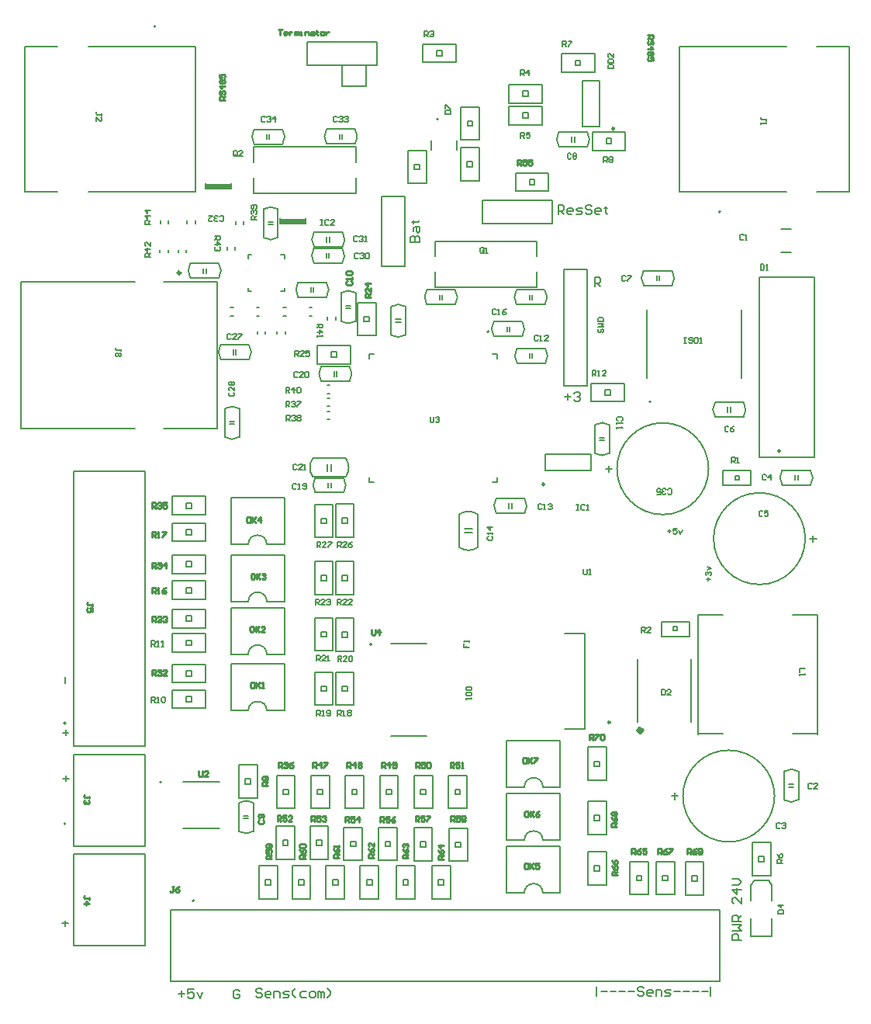
<source format=gto>
G04*
G04 #@! TF.GenerationSoftware,Altium Limited,Altium Designer,20.0.13 (296)*
G04*
G04 Layer_Color=65535*
%FSLAX44Y44*%
%MOMM*%
G71*
G01*
G75*
%ADD10C,0.1500*%
%ADD11C,0.1524*%
%ADD12C,0.2000*%
%ADD13C,0.3000*%
%ADD14C,0.2500*%
%ADD15C,0.6096*%
%ADD16C,0.1270*%
%ADD17C,0.1520*%
%ADD18C,0.2540*%
%ADD19R,2.8000X0.5500*%
D10*
X181096Y723012D02*
G03*
X181200Y707100I12168J-7877D01*
G01*
X212204Y706988D02*
G03*
X212100Y722900I-12168J7877D01*
G01*
X200987Y192345D02*
G03*
X216900Y192450I7877J12168D01*
G01*
X217013Y223454D02*
G03*
X201100Y223350I-7877J-12168D01*
G01*
X328512Y779654D02*
G03*
X312600Y779550I-7877J-12168D01*
G01*
X312488Y748546D02*
G03*
X328400Y748650I7877J12168D01*
G01*
X284296Y577762D02*
G03*
X284400Y561850I12168J-7877D01*
G01*
X315405Y561738D02*
G03*
X315300Y577650I-12168J7877D01*
G01*
X795987Y226595D02*
G03*
X811900Y226700I7877J12168D01*
G01*
X812012Y257705D02*
G03*
X796100Y257600I-7877J-12168D01*
G01*
X327905Y941988D02*
G03*
X327800Y957900I-12168J7877D01*
G01*
X296796Y958013D02*
G03*
X296900Y942100I12168J-7877D01*
G01*
X217596Y957763D02*
G03*
X217700Y941850I12168J-7877D01*
G01*
X248704Y941738D02*
G03*
X248600Y957650I-12168J7877D01*
G01*
X201513Y653405D02*
G03*
X185600Y653300I-7877J-12168D01*
G01*
X185487Y622295D02*
G03*
X201400Y622400I7877J12168D01*
G01*
X461750Y538000D02*
G03*
X441766Y538076I-10047J-14270D01*
G01*
X441750Y502000D02*
G03*
X461734Y501924I10047J14270D01*
G01*
X825155Y569975D02*
G03*
X825050Y585887I-12168J7877D01*
G01*
X794045Y586000D02*
G03*
X794150Y570088I12168J-7877D01*
G01*
X720845Y660263D02*
G03*
X720950Y644350I12168J-7877D01*
G01*
X751954Y644238D02*
G03*
X751850Y660150I-12168J7877D01*
G01*
X581405Y938988D02*
G03*
X581300Y954900I-12168J7877D01*
G01*
X550295Y955013D02*
G03*
X550400Y939100I12168J-7877D01*
G01*
X673905Y787738D02*
G03*
X673800Y803650I-12168J7877D01*
G01*
X642795Y803763D02*
G03*
X642900Y787850I12168J-7877D01*
G01*
X282845Y828013D02*
G03*
X282950Y812100I12168J-7877D01*
G01*
X313955Y811988D02*
G03*
X313850Y827900I-12168J7877D01*
G01*
X283095Y845763D02*
G03*
X283200Y829850I12168J-7877D01*
G01*
X314205Y829737D02*
G03*
X314100Y845650I-12168J7877D01*
G01*
X265595Y791012D02*
G03*
X265700Y775100I12168J-7877D01*
G01*
X296705Y774987D02*
G03*
X296600Y790900I-12168J7877D01*
G01*
X510405Y732237D02*
G03*
X510300Y748150I-12168J7877D01*
G01*
X479296Y748263D02*
G03*
X479400Y732350I12168J-7877D01*
G01*
X504595Y719013D02*
G03*
X504700Y703100I12168J-7877D01*
G01*
X535704Y702988D02*
G03*
X535600Y718900I-12168J7877D01*
G01*
X605513Y635655D02*
G03*
X589600Y635550I-7877J-12168D01*
G01*
X589487Y604546D02*
G03*
X605400Y604650I7877J12168D01*
G01*
X481846Y555262D02*
G03*
X481950Y539350I12168J-7877D01*
G01*
X512954Y539238D02*
G03*
X512850Y555150I-12168J7877D01*
G01*
X321905Y683238D02*
G03*
X321800Y699150I-12168J7877D01*
G01*
X290795Y699263D02*
G03*
X290900Y683350I12168J-7877D01*
G01*
X281750Y599000D02*
G03*
X281674Y579016I14270J-10047D01*
G01*
X317750Y579000D02*
G03*
X317826Y598984I-14270J10047D01*
G01*
X504045Y782763D02*
G03*
X504150Y766850I12168J-7877D01*
G01*
X535155Y766738D02*
G03*
X535050Y782650I-12168J7877D01*
G01*
X437205Y766738D02*
G03*
X437100Y782650I-12168J7877D01*
G01*
X406096Y782763D02*
G03*
X406200Y766850I12168J-7877D01*
G01*
X366987Y733546D02*
G03*
X382900Y733650I7877J12168D01*
G01*
X383013Y764655D02*
G03*
X367100Y764550I-7877J-12168D01*
G01*
X148046Y811763D02*
G03*
X148150Y795850I12168J-7877D01*
G01*
X179155Y795738D02*
G03*
X179050Y811650I-12168J7877D01*
G01*
X243763Y870955D02*
G03*
X227850Y870850I-7877J-12168D01*
G01*
X227738Y839846D02*
G03*
X243650Y839950I7877J12168D01*
G01*
X181250Y707000D02*
X212000D01*
X181250Y723000D02*
X212000D01*
X195100Y712400D02*
Y717700D01*
X197900Y712400D02*
Y717700D01*
X337500Y748250D02*
X343250D01*
X337500D02*
Y753750D01*
X343250D01*
Y748250D02*
Y753750D01*
X350500Y733000D02*
Y769000D01*
X330500Y733000D02*
X350500D01*
X330500Y769000D02*
X350500D01*
X330500Y733000D02*
Y769000D01*
X419000Y133750D02*
X424750D01*
X419000D02*
Y139250D01*
X424750D01*
Y133750D02*
Y139250D01*
X432000Y118500D02*
Y154500D01*
X412000Y118500D02*
X432000D01*
X412000Y154500D02*
X432000D01*
X412000Y118500D02*
Y154500D01*
X380250Y133750D02*
X386000D01*
X380250D02*
Y139250D01*
X386000D01*
Y133750D02*
Y139250D01*
X393250Y118500D02*
Y154500D01*
X373250Y118500D02*
X393250D01*
X373250Y154500D02*
X393250D01*
X373250Y118500D02*
Y154500D01*
X437500Y175000D02*
X443250D01*
X437500D02*
Y180500D01*
X443250D01*
Y175000D02*
Y180500D01*
X450500Y159750D02*
Y195750D01*
X430500Y159750D02*
X450500D01*
X430500Y195750D02*
X450500D01*
X430500Y159750D02*
Y195750D01*
X399250Y175500D02*
X405000D01*
X399250D02*
Y181000D01*
X405000D01*
Y175500D02*
Y181000D01*
X412250Y160250D02*
Y196250D01*
X392250Y160250D02*
X412250D01*
X392250Y196250D02*
X412250D01*
X392250Y160250D02*
Y196250D01*
X340500Y133750D02*
X346250D01*
X340500D02*
Y139250D01*
X346250D01*
Y133750D02*
Y139250D01*
X353500Y118500D02*
Y154500D01*
X333500Y118500D02*
X353500D01*
X333500Y154500D02*
X353500D01*
X333500Y118500D02*
Y154500D01*
X360750Y175750D02*
X366500D01*
X360750D02*
Y181250D01*
X366500D01*
Y175750D02*
Y181250D01*
X373750Y160500D02*
Y196500D01*
X353750Y160500D02*
X373750D01*
X353750Y196500D02*
X373750D01*
X353750Y160500D02*
Y196500D01*
X303250Y133750D02*
X309000D01*
X303250D02*
Y139250D01*
X309000D01*
Y133750D02*
Y139250D01*
X316250Y118500D02*
Y154500D01*
X296250Y118500D02*
X316250D01*
X296250Y154500D02*
X316250D01*
X296250Y118500D02*
Y154500D01*
X322750Y176000D02*
X328500D01*
X322750D02*
Y181500D01*
X328500D01*
Y176000D02*
Y181500D01*
X335750Y160750D02*
Y196750D01*
X315750Y160750D02*
X335750D01*
X315750Y196750D02*
X335750D01*
X315750Y160750D02*
Y196750D01*
X266250Y133750D02*
X272000D01*
X266250D02*
Y139250D01*
X272000D01*
Y133750D02*
Y139250D01*
X279250Y118500D02*
Y154500D01*
X259250Y118500D02*
X279250D01*
X259250Y154500D02*
X279250D01*
X259250Y118500D02*
Y154500D01*
X249000Y177250D02*
X254750D01*
X249000D02*
Y182750D01*
X254750D01*
Y177250D02*
Y182750D01*
X262000Y162000D02*
Y198000D01*
X242000Y162000D02*
X262000D01*
X242000Y198000D02*
X262000D01*
X242000Y162000D02*
Y198000D01*
X285750Y177250D02*
X291500D01*
X285750D02*
Y182750D01*
X291500D01*
Y177250D02*
Y182750D01*
X298750Y162000D02*
Y198000D01*
X278750Y162000D02*
X298750D01*
X278750Y198000D02*
X298750D01*
X278750Y162000D02*
Y198000D01*
X230000Y133750D02*
X235750D01*
X230000D02*
Y139250D01*
X235750D01*
Y133750D02*
Y139250D01*
X243000Y118500D02*
Y154500D01*
X223000Y118500D02*
X243000D01*
X223000Y154500D02*
X243000D01*
X223000Y118500D02*
Y154500D01*
X589000Y149250D02*
X594750D01*
X589000D02*
Y154750D01*
X594750D01*
Y149250D02*
Y154750D01*
X602000Y134000D02*
Y170000D01*
X582000Y134000D02*
X602000D01*
X582000Y170000D02*
X602000D01*
X582000Y134000D02*
Y170000D01*
X589000Y204250D02*
X594750D01*
X589000D02*
Y209750D01*
X594750D01*
Y204250D02*
Y209750D01*
X602000Y189000D02*
Y225000D01*
X582000Y189000D02*
X602000D01*
X582000Y225000D02*
X602000D01*
X582000Y189000D02*
Y225000D01*
X208000Y244000D02*
X213750D01*
X208000D02*
Y249500D01*
X213750D01*
Y244000D02*
Y249500D01*
X221000Y228750D02*
Y264750D01*
X201000Y228750D02*
X221000D01*
X201000Y264750D02*
X221000D01*
X201000Y228750D02*
Y264750D01*
X217000Y192500D02*
Y223250D01*
X201000Y192500D02*
Y223250D01*
X206300Y206350D02*
X211600D01*
X206300Y209150D02*
X211600D01*
X143500Y361750D02*
Y367500D01*
X149000D01*
Y361750D02*
Y367500D01*
X143500Y361750D02*
X149000D01*
X128250Y354500D02*
X164250D01*
X128250D02*
Y374500D01*
X164250Y354500D02*
Y374500D01*
X128250D02*
X164250D01*
X143500Y421500D02*
Y427250D01*
X149000D01*
Y421500D02*
Y427250D01*
X143500Y421500D02*
X149000D01*
X128250Y414250D02*
X164250D01*
X128250D02*
Y434250D01*
X164250Y414250D02*
Y434250D01*
X128250D02*
X164250D01*
X149000Y452250D02*
Y458000D01*
X143500Y452250D02*
X149000D01*
X143500D02*
Y458000D01*
X149000D01*
X128250Y465250D02*
X164250D01*
Y445250D02*
Y465250D01*
X128250Y445250D02*
Y465250D01*
Y445250D02*
X164250D01*
X143500Y480750D02*
Y486500D01*
X149000D01*
Y480750D02*
Y486500D01*
X143500Y480750D02*
X149000D01*
X128250Y473500D02*
X164250D01*
X128250D02*
Y493500D01*
X164250Y473500D02*
Y493500D01*
X128250D02*
X164250D01*
X149000Y515500D02*
Y521250D01*
X143500Y515500D02*
X149000D01*
X143500D02*
Y521250D01*
X149000D01*
X128250Y528500D02*
X164250D01*
Y508500D02*
Y528500D01*
X128250Y508500D02*
Y528500D01*
Y508500D02*
X164250D01*
X143500Y544750D02*
Y550500D01*
X149000D01*
Y544750D02*
Y550500D01*
X143500Y544750D02*
X149000D01*
X128250Y537500D02*
X164250D01*
X128250D02*
Y557500D01*
X164250Y537500D02*
Y557500D01*
X128250D02*
X164250D01*
X312500Y748750D02*
Y779500D01*
X328500Y748750D02*
Y779500D01*
X317900Y765650D02*
X323200D01*
X317900Y762850D02*
X323200D01*
X430000Y217250D02*
Y253250D01*
X450000D01*
X430000Y217250D02*
X450000D01*
Y253250D01*
X442750Y232500D02*
Y238000D01*
X437000D02*
X442750D01*
X437000Y232500D02*
Y238000D01*
Y232500D02*
X442750D01*
X392450Y217250D02*
Y253250D01*
X412450D01*
X392450Y217250D02*
X412450D01*
Y253250D01*
X405200Y232500D02*
Y238000D01*
X399450D02*
X405200D01*
X399450Y232500D02*
Y238000D01*
Y232500D02*
X405200D01*
X354900Y217250D02*
Y253250D01*
X374900D01*
X354900Y217250D02*
X374900D01*
Y253250D01*
X367650Y232500D02*
Y238000D01*
X361900D02*
X367650D01*
X361900Y232500D02*
Y238000D01*
Y232500D02*
X367650D01*
X317350Y217250D02*
Y253250D01*
X337350D01*
X317350Y217250D02*
X337350D01*
Y253250D01*
X330100Y232500D02*
Y238000D01*
X324350D02*
X330100D01*
X324350Y232500D02*
Y238000D01*
Y232500D02*
X330100D01*
X279800Y217250D02*
Y253250D01*
X299800D01*
X279800Y217250D02*
X299800D01*
Y253250D01*
X292550Y232500D02*
Y238000D01*
X286800D02*
X292550D01*
X286800Y232500D02*
Y238000D01*
Y232500D02*
X292550D01*
X242250Y217250D02*
Y253250D01*
X262250D01*
X242250Y217250D02*
X262250D01*
Y253250D01*
X255000Y232500D02*
Y238000D01*
X249250D02*
X255000D01*
X249250Y232500D02*
Y238000D01*
Y232500D02*
X255000D01*
X503000Y910500D02*
X539000D01*
Y890500D02*
Y910500D01*
X503000Y890500D02*
Y910500D01*
Y890500D02*
X539000D01*
X518250Y897750D02*
X523750D01*
Y903500D01*
X518250D02*
X523750D01*
X518250Y897750D02*
Y903500D01*
X628000Y123250D02*
Y159250D01*
X648000D01*
X628000Y123250D02*
X648000D01*
Y159250D01*
X640750Y138500D02*
Y144000D01*
X635000D02*
X640750D01*
X635000Y138500D02*
Y144000D01*
Y138500D02*
X640750D01*
X656500Y123250D02*
Y159250D01*
X676500D01*
X656500Y123250D02*
X676500D01*
Y159250D01*
X669250Y138500D02*
Y144000D01*
X663500D02*
X669250D01*
X663500Y138500D02*
Y144000D01*
Y138500D02*
X669250D01*
X688500Y123000D02*
Y159000D01*
X708500D01*
X688500Y123000D02*
X708500D01*
Y159000D01*
X701250Y138250D02*
Y143750D01*
X695500D02*
X701250D01*
X695500Y138250D02*
Y143750D01*
Y138250D02*
X701250D01*
X582000Y248000D02*
Y284000D01*
X602000D01*
X582000Y248000D02*
X602000D01*
Y284000D01*
X594750Y263250D02*
Y268750D01*
X589000D02*
X594750D01*
X589000Y263250D02*
Y268750D01*
Y263250D02*
X594750D01*
X283750Y513000D02*
Y549000D01*
X303750D01*
X283750Y513000D02*
X303750D01*
Y549000D01*
X296500Y528250D02*
Y533750D01*
X290750D02*
X296500D01*
X290750Y528250D02*
Y533750D01*
Y528250D02*
X296500D01*
X326750Y513250D02*
Y549250D01*
X306750Y513250D02*
X326750D01*
X306750Y549250D02*
X326750D01*
X306750Y513250D02*
Y549250D01*
X314000Y528500D02*
Y534000D01*
Y528500D02*
X319750D01*
Y534000D01*
X314000D02*
X319750D01*
X283750Y450750D02*
Y486750D01*
X303750D01*
X283750Y450750D02*
X303750D01*
Y486750D01*
X296500Y466000D02*
Y471500D01*
X290750D02*
X296500D01*
X290750Y466000D02*
Y471500D01*
Y466000D02*
X296500D01*
X326750Y450750D02*
Y486750D01*
X306750Y450750D02*
X326750D01*
X306750Y486750D02*
X326750D01*
X306750Y450750D02*
Y486750D01*
X314000Y466000D02*
Y471500D01*
Y466000D02*
X319750D01*
Y471500D01*
X314000D02*
X319750D01*
X283750Y389000D02*
Y425000D01*
X303750D01*
X283750Y389000D02*
X303750D01*
Y425000D01*
X296500Y404250D02*
Y409750D01*
X290750D02*
X296500D01*
X290750Y404250D02*
Y409750D01*
Y404250D02*
X296500D01*
X326750Y388750D02*
Y424750D01*
X306750Y388750D02*
X326750D01*
X306750Y424750D02*
X326750D01*
X306750Y388750D02*
Y424750D01*
X314000Y404000D02*
Y409500D01*
Y404000D02*
X319750D01*
Y409500D01*
X314000D02*
X319750D01*
X283750Y329750D02*
Y365750D01*
X303750D01*
X283750Y329750D02*
X303750D01*
Y365750D01*
X296500Y345000D02*
Y350500D01*
X290750D02*
X296500D01*
X290750Y345000D02*
Y350500D01*
Y345000D02*
X296500D01*
X326750Y330000D02*
Y366000D01*
X306750Y330000D02*
X326750D01*
X306750Y366000D02*
X326750D01*
X306750Y330000D02*
Y366000D01*
X314000Y345250D02*
Y350750D01*
Y345250D02*
X319750D01*
Y350750D01*
X314000D02*
X319750D01*
X128250Y388000D02*
X164250D01*
X128250D02*
Y408000D01*
X164250Y388000D02*
Y408000D01*
X128250D02*
X164250D01*
X143500Y400750D02*
X149000D01*
X143500Y395000D02*
Y400750D01*
Y395000D02*
X149000D01*
Y400750D01*
X128250Y326500D02*
X164250D01*
X128250D02*
Y346500D01*
X164250Y326500D02*
Y346500D01*
X128250D02*
X164250D01*
X143500Y339250D02*
X149000D01*
X143500Y333500D02*
Y339250D01*
Y333500D02*
X149000D01*
Y339250D01*
X298600Y567050D02*
Y572350D01*
X301400Y567050D02*
Y572350D01*
X284500Y561750D02*
X315250D01*
X284500Y577750D02*
X315250D01*
X812000Y226750D02*
Y257500D01*
X796000Y226750D02*
Y257500D01*
X801300Y240600D02*
X806600D01*
X801300Y243400D02*
X806600D01*
X297000Y958000D02*
X327750D01*
X297000Y942000D02*
X327750D01*
X313900Y947300D02*
Y952600D01*
X311100Y947300D02*
Y952600D01*
X217750Y941750D02*
X248500D01*
X217750Y957750D02*
X248500D01*
X231600Y947150D02*
Y952450D01*
X234400Y947150D02*
Y952450D01*
X185500Y622500D02*
Y653250D01*
X201500Y622500D02*
Y653250D01*
X190900Y639400D02*
X196200D01*
X190900Y636600D02*
X196200D01*
X461750Y502000D02*
Y538000D01*
X441750Y502000D02*
Y538000D01*
X447650Y518000D02*
X455750D01*
X447750Y522000D02*
X455750D01*
X794250Y585988D02*
X825000D01*
X794250Y569987D02*
X825000D01*
X811150Y575288D02*
Y580588D01*
X808350Y575288D02*
Y580588D01*
X662250Y405000D02*
X693000D01*
Y421000D01*
X662250D02*
X693000D01*
X662250Y405000D02*
Y421000D01*
X675500Y411000D02*
Y415250D01*
X679500D01*
Y411000D02*
Y415250D01*
X675500Y411000D02*
X679500D01*
X729500Y570000D02*
X760250D01*
Y586000D01*
X729500D02*
X760250D01*
X729500Y570000D02*
Y586000D01*
X742750Y576000D02*
Y580250D01*
X746750D01*
Y576000D02*
Y580250D01*
X742750Y576000D02*
X746750D01*
X721000Y644250D02*
X751750D01*
X721000Y660250D02*
X751750D01*
X734850Y649650D02*
Y654950D01*
X737650Y649650D02*
Y654950D01*
X602250Y942250D02*
Y948000D01*
X607750D01*
Y942250D02*
Y948000D01*
X602250Y942250D02*
X607750D01*
X587000Y935000D02*
X623000D01*
X587000D02*
Y955000D01*
X623000Y935000D02*
Y955000D01*
X587000D02*
X623000D01*
X550500D02*
X581250D01*
X550500Y939000D02*
X581250D01*
X567400Y944300D02*
Y949600D01*
X564600Y944300D02*
Y949600D01*
X643000Y803750D02*
X673750D01*
X643000Y787750D02*
X673750D01*
X659900Y793050D02*
Y798350D01*
X657100Y793050D02*
Y798350D01*
X283000Y812000D02*
X313750D01*
X283000Y828000D02*
X313750D01*
X296850Y817400D02*
Y822700D01*
X299650Y817400D02*
Y822700D01*
X283250Y829750D02*
X314000D01*
X283250Y845750D02*
X314000D01*
X297100Y835150D02*
Y840450D01*
X299900Y835150D02*
Y840450D01*
X265750Y775000D02*
X296500D01*
X265750Y791000D02*
X296500D01*
X279600Y780400D02*
Y785700D01*
X282400Y780400D02*
Y785700D01*
X479500Y748250D02*
X510250D01*
X479500Y732250D02*
X510250D01*
X496400Y737550D02*
Y742850D01*
X493600Y737550D02*
Y742850D01*
X504750Y703000D02*
X535500D01*
X504750Y719000D02*
X535500D01*
X518600Y708400D02*
Y713700D01*
X521400Y708400D02*
Y713700D01*
X589500Y604750D02*
Y635500D01*
X605500Y604750D02*
Y635500D01*
X594900Y621650D02*
X600200D01*
X594900Y618850D02*
X600200D01*
X482000Y539250D02*
X512750D01*
X482000Y555250D02*
X512750D01*
X495850Y544650D02*
Y549950D01*
X498650Y544650D02*
Y549950D01*
X302000Y709250D02*
Y715000D01*
X307500D01*
Y709250D02*
Y715000D01*
X302000Y709250D02*
X307500D01*
X286750Y702000D02*
X322750D01*
X286750D02*
Y722000D01*
X322750Y702000D02*
Y722000D01*
X286750D02*
X322750D01*
X291000Y699250D02*
X321750D01*
X291000Y683250D02*
X321750D01*
X307900Y688550D02*
Y693850D01*
X305100Y688550D02*
Y693850D01*
X281750Y599000D02*
X317750D01*
X281750Y579000D02*
X317750D01*
X301750Y584900D02*
Y593000D01*
X297750Y585000D02*
Y593000D01*
X768500Y159500D02*
X774250D01*
X768500D02*
Y165000D01*
X774250D01*
Y159500D02*
Y165000D01*
X781500Y144250D02*
Y180250D01*
X761500Y144250D02*
X781500D01*
X761500Y180250D02*
X781500D01*
X761500Y144250D02*
Y180250D01*
X511250Y993750D02*
Y999500D01*
X516750D01*
Y993750D02*
Y999500D01*
X511250Y993750D02*
X516750D01*
X496000Y986500D02*
X532000D01*
X496000D02*
Y1006500D01*
X532000Y986500D02*
Y1006500D01*
X496000D02*
X532000D01*
X511250Y970250D02*
Y976000D01*
X516750D01*
Y970250D02*
Y976000D01*
X511250Y970250D02*
X516750D01*
X496000Y963000D02*
X532000D01*
X496000D02*
Y983000D01*
X532000Y963000D02*
Y983000D01*
X496000D02*
X532000D01*
X402000Y1051000D02*
X438000D01*
Y1031000D02*
Y1051000D01*
X402000Y1031000D02*
Y1051000D01*
Y1031000D02*
X438000D01*
X417250Y1038250D02*
X422750D01*
Y1044000D01*
X417250D02*
X422750D01*
X417250Y1038250D02*
Y1044000D01*
X553250Y1020500D02*
X589250D01*
X553250D02*
Y1040500D01*
X589250Y1020500D02*
Y1040500D01*
X553250D02*
X589250D01*
X568500Y1033250D02*
X574000D01*
X568500Y1027500D02*
Y1033250D01*
Y1027500D02*
X574000D01*
Y1033250D01*
X585500Y681000D02*
X621500D01*
Y661000D02*
Y681000D01*
X585500Y661000D02*
Y681000D01*
Y661000D02*
X621500D01*
X600750Y668250D02*
X606250D01*
Y674000D01*
X600750D02*
X606250D01*
X600750Y668250D02*
Y674000D01*
X385750Y898750D02*
Y934750D01*
X405750D01*
X385750Y898750D02*
X405750D01*
Y934750D01*
X398500Y914000D02*
Y919500D01*
X392750D02*
X398500D01*
X392750Y914000D02*
Y919500D01*
Y914000D02*
X398500D01*
X443250Y901750D02*
Y937750D01*
X463250D01*
X443250Y901750D02*
X463250D01*
Y937750D01*
X456000Y917000D02*
Y922500D01*
X450250D02*
X456000D01*
X450250Y917000D02*
Y922500D01*
Y917000D02*
X456000D01*
X463250Y946250D02*
Y982250D01*
X443250Y946250D02*
X463250D01*
X443250Y982250D02*
X463250D01*
X443250Y946250D02*
Y982250D01*
X450500Y961500D02*
Y967000D01*
Y961500D02*
X456250D01*
Y967000D01*
X450500D02*
X456250D01*
X518350Y772050D02*
Y777350D01*
X521150Y772050D02*
Y777350D01*
X504250Y766750D02*
X535000D01*
X504250Y782750D02*
X535000D01*
X422900Y772150D02*
Y777450D01*
X420100Y772150D02*
Y777450D01*
X406250Y782750D02*
X437000D01*
X406250Y766750D02*
X437000D01*
X372400Y747850D02*
X377700D01*
X372400Y750650D02*
X377700D01*
X383000Y733750D02*
Y764500D01*
X367000Y733750D02*
Y764500D01*
X162350Y801050D02*
Y806350D01*
X165150Y801050D02*
Y806350D01*
X148250Y795750D02*
X179000D01*
X148250Y811750D02*
X179000D01*
X233050Y856650D02*
X238350D01*
X233050Y853850D02*
X238350D01*
X227750Y840000D02*
Y870750D01*
X243750Y840000D02*
Y870750D01*
D11*
X532910Y125100D02*
G03*
X512590Y125100I-10160J0D01*
G01*
X532910Y182600D02*
G03*
X512590Y182600I-10160J0D01*
G01*
X532910Y240600D02*
G03*
X512590Y240600I-10160J0D01*
G01*
X231560Y505100D02*
G03*
X211240Y505100I-10160J0D01*
G01*
X231560Y442850D02*
G03*
X211240Y442850I-10160J0D01*
G01*
X231560Y385350D02*
G03*
X211240Y385350I-10160J0D01*
G01*
X231560Y323800D02*
G03*
X211240Y323800I-10160J0D01*
G01*
X493540Y125100D02*
Y175900D01*
X551960Y125100D02*
Y175900D01*
X493540D02*
X551960D01*
X493540Y125100D02*
X512590D01*
X532910D02*
X551960D01*
X493540Y182600D02*
Y233400D01*
X551960Y182600D02*
Y233400D01*
X493540D02*
X551960D01*
X493540Y182600D02*
X512590D01*
X532910D02*
X551960D01*
X493540Y240600D02*
Y291400D01*
X551960Y240600D02*
Y291400D01*
X493540D02*
X551960D01*
X493540Y240600D02*
X512590D01*
X532910D02*
X551960D01*
X192190Y505100D02*
Y555900D01*
X250610Y505100D02*
Y555900D01*
X192190D02*
X250610D01*
X192190Y505100D02*
X211240D01*
X231560D02*
X250610D01*
X192190Y442850D02*
Y493650D01*
X250610Y442850D02*
Y493650D01*
X192190D02*
X250610D01*
X192190Y442850D02*
X211240D01*
X231560D02*
X250610D01*
X192190Y385350D02*
Y436150D01*
X250610Y385350D02*
Y436150D01*
X192190D02*
X250610D01*
X192190Y385350D02*
X211240D01*
X231560D02*
X250610D01*
X192190Y323800D02*
Y374600D01*
X250610Y323800D02*
Y374600D01*
X192190D02*
X250610D01*
X192190Y323800D02*
X211240D01*
X231560D02*
X250610D01*
X832500Y298250D02*
Y428250D01*
X702500Y298250D02*
Y428250D01*
D12*
X12000Y310250D02*
G03*
X12000Y310250I-1000J0D01*
G01*
Y200750D02*
G03*
X12000Y200750I-1000J0D01*
G01*
Y92500D02*
G03*
X12000Y92500I-1000J0D01*
G01*
X116550Y246050D02*
G03*
X116550Y246050I-1000J0D01*
G01*
X152250Y116500D02*
G03*
X152250Y116500I-1000J0D01*
G01*
X346050Y396200D02*
G03*
X346050Y396200I-1000J0D01*
G01*
X110250Y1070100D02*
G03*
X110250Y1070100I-1000J0D01*
G01*
X418750Y968750D02*
G03*
X418750Y968750I-1000J0D01*
G01*
X819250Y511500D02*
G03*
X819250Y511500I-50000J0D01*
G01*
X713750Y587750D02*
G03*
X713750Y587750I-50000J0D01*
G01*
X785750Y230750D02*
G03*
X785750Y230750I-50000J0D01*
G01*
X726750Y867900D02*
G03*
X726750Y867900I-1000J0D01*
G01*
X650800Y660750D02*
G03*
X650800Y660750I-1000J0D01*
G01*
X474000Y737150D02*
G03*
X474000Y737150I-1000J0D01*
G01*
X415250Y819250D02*
Y835750D01*
Y785750D02*
Y802250D01*
X526250Y785750D02*
Y802250D01*
Y819250D02*
Y835750D01*
X415250Y785750D02*
X526250D01*
X415250Y835750D02*
X526250D01*
X357050Y885100D02*
X382450D01*
X357050Y808900D02*
X382450D01*
X357050D02*
Y885100D01*
X382450Y808900D02*
Y885100D01*
X467150Y854800D02*
Y880200D01*
X543350Y854800D02*
Y880200D01*
X467150Y854800D02*
X543350D01*
X467150Y880200D02*
X543350D01*
X594500Y961250D02*
Y1011250D01*
X576500Y961250D02*
Y1011250D01*
Y961250D02*
X594500D01*
X576500Y1011250D02*
X594500D01*
X297500Y669750D02*
X300500D01*
X297500Y678750D02*
X300500D01*
X206250Y854500D02*
Y857500D01*
X197250Y854500D02*
Y857500D01*
X297500Y641500D02*
X300500D01*
X297500Y650500D02*
X300500D01*
X297500Y655750D02*
X300500D01*
X297500Y664750D02*
X300500D01*
X306750Y750500D02*
Y753500D01*
X297750Y750500D02*
Y753500D01*
X328500Y888500D02*
Y905000D01*
Y922000D02*
Y938500D01*
X217500Y922000D02*
Y938500D01*
Y888500D02*
Y905000D01*
Y938500D02*
X328500D01*
X217500Y888500D02*
X328500D01*
X164500Y892750D02*
X192500D01*
Y898750D01*
X164500Y892750D02*
Y898750D01*
X246000Y855000D02*
X274000D01*
Y861000D01*
X246000Y855000D02*
Y861000D01*
X197000Y826500D02*
Y829500D01*
X188000Y826500D02*
Y829500D01*
X153500Y855250D02*
Y858250D01*
X144500Y855250D02*
Y858250D01*
X143750Y823500D02*
Y826500D01*
X134750Y823500D02*
Y826500D01*
X115250Y855250D02*
Y858250D01*
X124250Y855250D02*
Y858250D01*
X115000Y823500D02*
Y826500D01*
X124000Y823500D02*
Y826500D01*
X535750Y585750D02*
X585750D01*
X535750Y603750D02*
X585750D01*
X535750Y585750D02*
Y603750D01*
X585750Y585750D02*
Y603750D01*
X792500Y824000D02*
X803500D01*
X792500Y849000D02*
X803500D01*
X340250Y1005250D02*
Y1027250D01*
X313750Y1005250D02*
X340250D01*
X313750D02*
Y1027550D01*
X828000Y508000D02*
Y515000D01*
X824500Y511500D02*
X831500D01*
X601500Y587750D02*
X608500D01*
X605000Y584250D02*
Y591250D01*
X677000Y227250D02*
Y234250D01*
X673500Y230750D02*
X680500D01*
X556250Y304000D02*
X578750D01*
Y408000D01*
X556250D02*
X578750D01*
X783000Y78000D02*
Y97000D01*
X760000Y78000D02*
Y97000D01*
Y78000D02*
X783000D01*
X764000Y139000D02*
X779000D01*
X783000Y117000D02*
Y134000D01*
X760000D02*
X764000Y139000D01*
X779000D02*
X783000Y134000D01*
X760000Y117000D02*
Y134000D01*
X556050Y678100D02*
X581450D01*
X556050D02*
Y805100D01*
X581450Y678100D02*
Y805100D01*
X556050D02*
X581450D01*
X351850Y1027550D02*
Y1052950D01*
X275650Y1027550D02*
Y1052950D01*
X351850D01*
X275650Y1027550D02*
X351850D01*
X242750Y734750D02*
Y737750D01*
X251750Y734750D02*
Y737750D01*
X221250Y734750D02*
Y737750D01*
X230250Y734750D02*
Y737750D01*
X220250Y754250D02*
X223250D01*
X220250Y763250D02*
X223250D01*
X192000D02*
X195000D01*
X192000Y754250D02*
X195000D01*
X277750D02*
X280750D01*
X277750Y763250D02*
X280750D01*
X249500D02*
X252500D01*
X249500Y754250D02*
X252500D01*
X749750Y73750D02*
X739753D01*
Y78748D01*
X741419Y80414D01*
X744752D01*
X746418Y78748D01*
Y73750D01*
X739753Y83747D02*
X749750D01*
X746418Y87079D01*
X749750Y90411D01*
X739753D01*
X749750Y93744D02*
X739753D01*
Y98742D01*
X741419Y100408D01*
X744752D01*
X746418Y98742D01*
Y93744D01*
Y97076D02*
X749750Y100408D01*
Y120402D02*
Y113737D01*
X743085Y120402D01*
X741419D01*
X739753Y118736D01*
Y115403D01*
X741419Y113737D01*
X749750Y128732D02*
X739753D01*
X744752Y123734D01*
Y130398D01*
X739753Y133731D02*
X746418D01*
X749750Y137063D01*
X746418Y140395D01*
X739753D01*
X557000Y666498D02*
X563665D01*
X560332Y669831D02*
Y663166D01*
X566997Y669831D02*
X568663Y671497D01*
X571995D01*
X573661Y669831D01*
Y668165D01*
X571995Y666498D01*
X570329D01*
X571995D01*
X573661Y664832D01*
Y663166D01*
X571995Y661500D01*
X568663D01*
X566997Y663166D01*
X589250Y786250D02*
Y796247D01*
X594248D01*
X595914Y794581D01*
Y791248D01*
X594248Y789582D01*
X589250D01*
X592582D02*
X595914Y786250D01*
<<<<<<< HEAD
=======
X468500Y824251D02*
Y828249D01*
X467500Y829249D01*
X465501D01*
X464501Y828249D01*
Y824251D01*
X465501Y823251D01*
X467500D01*
X466501Y825250D02*
X468500Y823251D01*
X467500D02*
X468500Y824251D01*
X470499Y823251D02*
X472499D01*
X471499D01*
Y829249D01*
X470499Y828249D01*
>>>>>>> main
X388003Y835000D02*
X398000D01*
Y839998D01*
X396334Y841665D01*
X394668D01*
X393002Y839998D01*
Y835000D01*
Y839998D01*
X391335Y841665D01*
X389669D01*
X388003Y839998D01*
Y835000D01*
X391335Y846663D02*
Y849995D01*
X393002Y851661D01*
X398000D01*
Y846663D01*
X396334Y844997D01*
X394668Y846663D01*
Y851661D01*
X389669Y856660D02*
X391335D01*
Y854994D01*
Y858326D01*
Y856660D01*
X396334D01*
X398000Y858326D01*
X549500Y865500D02*
Y875497D01*
X554498D01*
X556165Y873831D01*
Y870498D01*
X554498Y868832D01*
X549500D01*
X552832D02*
X556165Y865500D01*
X564495D02*
X561163D01*
X559497Y867166D01*
Y870498D01*
X561163Y872165D01*
X564495D01*
X566161Y870498D01*
Y868832D01*
X559497D01*
X569494Y865500D02*
X574492D01*
X576158Y867166D01*
X574492Y868832D01*
X571160D01*
X569494Y870498D01*
X571160Y872165D01*
X576158D01*
X586155Y873831D02*
X584489Y875497D01*
X581157D01*
X579490Y873831D01*
Y872165D01*
X581157Y870498D01*
X584489D01*
X586155Y868832D01*
Y867166D01*
X584489Y865500D01*
X581157D01*
X579490Y867166D01*
X594486Y865500D02*
X591153D01*
X589487Y867166D01*
Y870498D01*
X591153Y872165D01*
X594486D01*
X596152Y870498D01*
Y868832D01*
X589487D01*
X601150Y873831D02*
Y872165D01*
X599484D01*
X602816D01*
X601150D01*
Y867166D01*
X602816Y865500D01*
X11000Y354250D02*
Y360914D01*
X8500Y300082D02*
X15165D01*
X11832Y303414D02*
Y296750D01*
X8000Y91832D02*
X14664D01*
X11332Y95164D02*
Y88500D01*
X8750Y250082D02*
X15415D01*
X12082Y253414D02*
Y246750D01*
X591250Y22497D02*
Y12500D01*
X596248Y17498D02*
X602913D01*
X606245D02*
X612910D01*
X616242D02*
X622906D01*
X626239D02*
X632903D01*
X642900Y20831D02*
X641234Y22497D01*
X637902D01*
X636236Y20831D01*
Y19165D01*
X637902Y17498D01*
X641234D01*
X642900Y15832D01*
Y14166D01*
X641234Y12500D01*
X637902D01*
X636236Y14166D01*
X651231Y12500D02*
X647898D01*
X646232Y14166D01*
Y17498D01*
X647898Y19165D01*
X651231D01*
X652897Y17498D01*
Y15832D01*
X646232D01*
X656229Y12500D02*
Y19165D01*
X661227D01*
X662894Y17498D01*
Y12500D01*
X666226D02*
X671224D01*
X672890Y14166D01*
X671224Y15832D01*
X667892D01*
X666226Y17498D01*
X667892Y19165D01*
X672890D01*
X676223Y17498D02*
X682887D01*
X686219D02*
X692884D01*
X696216D02*
X702881D01*
X706213D02*
X712878D01*
X716210Y22497D02*
Y12500D01*
X226164Y19331D02*
X224498Y20997D01*
X221166D01*
X219500Y19331D01*
Y17665D01*
X221166Y15998D01*
X224498D01*
X226164Y14332D01*
Y12666D01*
X224498Y11000D01*
X221166D01*
X219500Y12666D01*
X234495Y11000D02*
X231163D01*
X229497Y12666D01*
Y15998D01*
X231163Y17665D01*
X234495D01*
X236161Y15998D01*
Y14332D01*
X229497D01*
X239494Y11000D02*
Y17665D01*
X244492D01*
X246158Y15998D01*
Y11000D01*
X249490D02*
X254489D01*
X256155Y12666D01*
X254489Y14332D01*
X251157D01*
X249490Y15998D01*
X251157Y17665D01*
X256155D01*
X262819Y11000D02*
X259487Y14332D01*
Y17665D01*
X262819Y20997D01*
X274482Y17665D02*
X269484D01*
X267818Y15998D01*
Y12666D01*
X269484Y11000D01*
X274482D01*
X279481D02*
X282813D01*
X284479Y12666D01*
Y15998D01*
X282813Y17665D01*
X279481D01*
X277815Y15998D01*
Y12666D01*
X279481Y11000D01*
X287811D02*
Y17665D01*
X289478D01*
X291144Y15998D01*
Y11000D01*
Y15998D01*
X292810Y17665D01*
X294476Y15998D01*
Y11000D01*
X297808D02*
X301140Y14332D01*
Y17665D01*
X297808Y20997D01*
X202164Y18081D02*
X200498Y19747D01*
X197166D01*
X195500Y18081D01*
Y11416D01*
X197166Y9750D01*
X200498D01*
X202164Y11416D01*
Y14748D01*
X198832D01*
X135000Y15498D02*
X141664D01*
X138332Y18831D02*
Y12166D01*
X151661Y20497D02*
X144997D01*
Y15498D01*
X148329Y17164D01*
X149995D01*
X151661Y15498D01*
Y12166D01*
X149995Y10500D01*
X146663D01*
X144997Y12166D01*
X154993Y17164D02*
X158326Y10500D01*
X161658Y17164D01*
<<<<<<< HEAD
=======
X192251Y733999D02*
X191252Y734999D01*
X189252D01*
X188253Y733999D01*
Y730001D01*
X189252Y729001D01*
X191252D01*
X192251Y730001D01*
X198249Y729001D02*
X194251D01*
X198249Y733000D01*
Y733999D01*
X197250Y734999D01*
X195250D01*
X194251Y733999D01*
X200249Y734999D02*
X204247D01*
Y733999D01*
X200249Y730001D01*
Y729001D01*
>>>>>>> main
X669000Y519749D02*
X672999D01*
X670999Y521748D02*
Y517750D01*
X678997Y522748D02*
X674998D01*
Y519749D01*
X676997Y520749D01*
X677997D01*
X678997Y519749D01*
Y517750D01*
X677997Y516750D01*
X675998D01*
X674998Y517750D01*
X680996Y520749D02*
X682996Y516750D01*
X684995Y520749D01*
X713501Y465250D02*
Y469249D01*
X711502Y467249D02*
X715500D01*
X711502Y471248D02*
X710502Y472248D01*
Y474247D01*
X711502Y475247D01*
X712501D01*
X713501Y474247D01*
Y473247D01*
Y474247D01*
X714501Y475247D01*
X715500D01*
X716500Y474247D01*
Y472248D01*
X715500Y471248D01*
X712501Y477246D02*
X716500Y479245D01*
X712501Y481245D01*
X594252Y740249D02*
X593252Y739249D01*
Y737250D01*
X594252Y736250D01*
X595251D01*
X596251Y737250D01*
Y739249D01*
X597251Y740249D01*
X598250D01*
X599250Y739249D01*
Y737250D01*
X598250Y736250D01*
X593252Y742248D02*
X599250D01*
X597251Y744247D01*
X599250Y746247D01*
X593252D01*
Y748246D02*
X599250D01*
Y751245D01*
X598250Y752245D01*
X594252D01*
X593252Y751245D01*
Y748246D01*
X446252Y396749D02*
Y392750D01*
X449251D01*
Y394749D01*
Y392750D01*
X452250D01*
Y398748D02*
Y400747D01*
Y399748D01*
X446252D01*
X447252Y398748D01*
X308503Y439501D02*
Y445499D01*
X311502D01*
X312501Y444499D01*
Y442500D01*
X311502Y441500D01*
X308503D01*
X310502D02*
X312501Y439501D01*
X318499D02*
X314501D01*
X318499Y443500D01*
Y444499D01*
X317500Y445499D01*
X315500D01*
X314501Y444499D01*
X324497Y439501D02*
X320499D01*
X324497Y443500D01*
Y444499D01*
X323498Y445499D01*
X321498D01*
X320499Y444499D01*
X263751Y570749D02*
X262752Y571749D01*
X260752D01*
X259753Y570749D01*
Y566751D01*
X260752Y565751D01*
X262752D01*
X263751Y566751D01*
X265751Y565751D02*
X267750D01*
X266750D01*
Y571749D01*
X265751Y570749D01*
X270749Y566751D02*
X271749Y565751D01*
X273748D01*
X274748Y566751D01*
Y570749D01*
X273748Y571749D01*
X271749D01*
X270749Y570749D01*
Y569750D01*
X271749Y568750D01*
X274748D01*
X284753Y439501D02*
Y445499D01*
X287752D01*
X288751Y444499D01*
Y442500D01*
X287752Y441500D01*
X284753D01*
X286752D02*
X288751Y439501D01*
X294749D02*
X290751D01*
X294749Y443500D01*
Y444499D01*
X293750Y445499D01*
X291750D01*
X290751Y444499D01*
X296749D02*
X297748Y445499D01*
X299748D01*
X300747Y444499D01*
Y443500D01*
X299748Y442500D01*
X298748D01*
X299748D01*
X300747Y441500D01*
Y440501D01*
X299748Y439501D01*
X297748D01*
X296749Y440501D01*
X285752Y378001D02*
Y383999D01*
X288751D01*
X289751Y382999D01*
Y381000D01*
X288751Y380000D01*
X285752D01*
X287752D02*
X289751Y378001D01*
X295749D02*
X291750D01*
X295749Y382000D01*
Y382999D01*
X294749Y383999D01*
X292750D01*
X291750Y382999D01*
X297748Y378001D02*
X299748D01*
X298748D01*
Y383999D01*
X297748Y382999D01*
X309003Y377751D02*
Y383749D01*
X312002D01*
X313001Y382749D01*
Y380750D01*
X312002Y379750D01*
X309003D01*
X311002D02*
X313001Y377751D01*
X318999D02*
X315001D01*
X318999Y381750D01*
Y382749D01*
X318000Y383749D01*
X316000D01*
X315001Y382749D01*
X320999D02*
X321998Y383749D01*
X323998D01*
X324997Y382749D01*
Y378751D01*
X323998Y377751D01*
X321998D01*
X320999Y378751D01*
Y382749D01*
X286003Y318001D02*
Y323999D01*
X289002D01*
X290001Y322999D01*
Y321000D01*
X289002Y320000D01*
X286003D01*
X288002D02*
X290001Y318001D01*
X292001D02*
X294000D01*
X293000D01*
Y323999D01*
X292001Y322999D01*
X296999Y319001D02*
X297999Y318001D01*
X299998D01*
X300998Y319001D01*
Y322999D01*
X299998Y323999D01*
X297999D01*
X296999Y322999D01*
Y322000D01*
X297999Y321000D01*
X300998D01*
X308752Y318251D02*
Y324249D01*
X311751D01*
X312751Y323249D01*
Y321250D01*
X311751Y320250D01*
X308752D01*
X310752D02*
X312751Y318251D01*
X314750D02*
X316750D01*
X315750D01*
Y324249D01*
X314750Y323249D01*
X319749D02*
X320748Y324249D01*
X322748D01*
X323748Y323249D01*
Y322250D01*
X322748Y321250D01*
X323748Y320250D01*
Y319251D01*
X322748Y318251D01*
X320748D01*
X319749Y319251D01*
Y320250D01*
X320748Y321250D01*
X319749Y322250D01*
Y323249D01*
X320748Y321250D02*
X322748D01*
X105713Y394001D02*
Y399999D01*
X108712D01*
X109712Y398999D01*
Y397000D01*
X108712Y396000D01*
X105713D01*
X107712D02*
X109712Y394001D01*
X111711D02*
X113710D01*
X112711D01*
Y399999D01*
X111711Y398999D01*
X116709Y394001D02*
X118709D01*
X117709D01*
Y399999D01*
X116709Y398999D01*
X105713Y333001D02*
Y338999D01*
X108712D01*
X109712Y337999D01*
Y336000D01*
X108712Y335000D01*
X105713D01*
X107712D02*
X109712Y333001D01*
X111711D02*
X113710D01*
X112711D01*
Y338999D01*
X111711Y337999D01*
X116709D02*
X117709Y338999D01*
X119708D01*
X120708Y337999D01*
Y334001D01*
X119708Y333001D01*
X117709D01*
X116709Y334001D01*
Y337999D01*
X669249Y561001D02*
X670248Y560001D01*
X672248D01*
X673247Y561001D01*
Y564999D01*
X672248Y565999D01*
X670248D01*
X669249Y564999D01*
X667249Y561001D02*
X666250Y560001D01*
X664250D01*
X663251Y561001D01*
Y562000D01*
X664250Y563000D01*
X665250D01*
X664250D01*
X663251Y564000D01*
Y564999D01*
X664250Y565999D01*
X666250D01*
X667249Y564999D01*
X657253Y560001D02*
X661251D01*
Y563000D01*
X659252Y562000D01*
X658252D01*
X657253Y563000D01*
Y564999D01*
X658252Y565999D01*
X660252D01*
X661251Y564999D01*
X409752Y644499D02*
Y639501D01*
X410751Y638501D01*
X412751D01*
X413750Y639501D01*
Y644499D01*
X415750Y643499D02*
X416749Y644499D01*
X418749D01*
X419748Y643499D01*
Y642500D01*
X418749Y641500D01*
X417749D01*
X418749D01*
X419748Y640500D01*
Y639501D01*
X418749Y638501D01*
X416749D01*
X415750Y639501D01*
X577251Y478149D02*
Y473151D01*
X578251Y472151D01*
X580250D01*
X581250Y473151D01*
Y478149D01*
X583249Y472151D02*
X585249D01*
X584249D01*
Y478149D01*
X583249Y477149D01*
X262003Y710501D02*
Y716499D01*
X265002D01*
X266001Y715499D01*
Y713500D01*
X265002Y712500D01*
X262003D01*
X264002D02*
X266001Y710501D01*
X271999D02*
X268001D01*
X271999Y714500D01*
Y715499D01*
X271000Y716499D01*
X269000D01*
X268001Y715499D01*
X277997Y716499D02*
X273999D01*
Y713500D01*
X275998Y714500D01*
X276998D01*
X277997Y713500D01*
Y711501D01*
X276998Y710501D01*
X274998D01*
X273999Y711501D01*
X586738Y688846D02*
Y694844D01*
X589737D01*
X590737Y693844D01*
Y691845D01*
X589737Y690845D01*
X586738D01*
X588737D02*
X590737Y688846D01*
X592736D02*
X594735D01*
X593736D01*
Y694844D01*
X592736Y693844D01*
X601733Y688846D02*
X597734D01*
X601733Y692845D01*
Y693844D01*
X600733Y694844D01*
X598734D01*
X597734Y693844D01*
X599252Y921751D02*
Y927749D01*
X602251D01*
X603250Y926749D01*
Y924750D01*
X602251Y923750D01*
X599252D01*
X601251D02*
X603250Y921751D01*
X605250Y926749D02*
X606249Y927749D01*
X608249D01*
X609248Y926749D01*
Y925750D01*
X608249Y924750D01*
X609248Y923750D01*
Y922751D01*
X608249Y921751D01*
X606249D01*
X605250Y922751D01*
Y923750D01*
X606249Y924750D01*
X605250Y925750D01*
Y926749D01*
X606249Y924750D02*
X608249D01*
X554480Y1048256D02*
Y1054254D01*
X557479D01*
X558479Y1053254D01*
Y1051255D01*
X557479Y1050255D01*
X554480D01*
X556479D02*
X558479Y1048256D01*
X560478Y1054254D02*
X564477D01*
Y1053254D01*
X560478Y1049256D01*
Y1048256D01*
X794499Y157752D02*
X788501D01*
Y160751D01*
X789501Y161750D01*
X791500D01*
X792500Y160751D01*
Y157752D01*
Y159751D02*
X794499Y161750D01*
X788501Y167748D02*
X789501Y165749D01*
X791500Y163750D01*
X793499D01*
X794499Y164749D01*
Y166749D01*
X793499Y167748D01*
X792500D01*
X791500Y166749D01*
Y163750D01*
X508752Y948501D02*
Y954499D01*
X511751D01*
X512750Y953499D01*
Y951500D01*
X511751Y950500D01*
X508752D01*
X510751D02*
X512750Y948501D01*
X518748Y954499D02*
X514750D01*
Y951500D01*
X516749Y952500D01*
X517749D01*
X518748Y951500D01*
Y949501D01*
X517749Y948501D01*
X515749D01*
X514750Y949501D01*
X508502Y1016501D02*
Y1022499D01*
X511501D01*
X512500Y1021499D01*
Y1019500D01*
X511501Y1018500D01*
X508502D01*
X510501D02*
X512500Y1016501D01*
X517499D02*
Y1022499D01*
X514500Y1019500D01*
X518498D01*
X403350Y1058924D02*
Y1064922D01*
X406349D01*
X407349Y1063922D01*
Y1061923D01*
X406349Y1060923D01*
X403350D01*
X405349D02*
X407349Y1058924D01*
X409348Y1063922D02*
X410348Y1064922D01*
X412347D01*
X413347Y1063922D01*
Y1062923D01*
X412347Y1061923D01*
X411347D01*
X412347D01*
X413347Y1060923D01*
Y1059924D01*
X412347Y1058924D01*
X410348D01*
X409348Y1059924D01*
X640502Y409001D02*
Y414999D01*
X643501D01*
X644500Y413999D01*
Y412000D01*
X643501Y411000D01*
X640502D01*
X642501D02*
X644500Y409001D01*
X650498D02*
X646500D01*
X650498Y413000D01*
Y413999D01*
X649499Y414999D01*
X647499D01*
X646500Y413999D01*
X738751Y594251D02*
Y600249D01*
X741750D01*
X742750Y599249D01*
Y597250D01*
X741750Y596250D01*
X738751D01*
X740751D02*
X742750Y594251D01*
X744749D02*
X746749D01*
X745749D01*
Y600249D01*
X744749Y599249D01*
X818999Y369999D02*
X813001D01*
Y366000D01*
Y364001D02*
Y362001D01*
Y363001D01*
X818999D01*
X817999Y364001D01*
X51249Y973000D02*
Y974999D01*
Y973999D01*
X46251D01*
X45251Y974999D01*
Y975999D01*
X46251Y976998D01*
X45251Y967002D02*
Y971000D01*
X49250Y967002D01*
X50249D01*
X51249Y968001D01*
Y970001D01*
X50249Y971000D01*
X776999Y967250D02*
Y969249D01*
Y968250D01*
X772001D01*
X771001Y969249D01*
Y970249D01*
X772001Y971249D01*
X771001Y965251D02*
Y963251D01*
Y964251D01*
X776999D01*
X775999Y965251D01*
X687253Y730999D02*
X689252D01*
X688253D01*
Y725001D01*
X687253D01*
X689252D01*
X696250Y729999D02*
X695250Y730999D01*
X693251D01*
X692252Y729999D01*
Y729000D01*
X693251Y728000D01*
X695250D01*
X696250Y727000D01*
Y726001D01*
X695250Y725001D01*
X693251D01*
X692252Y726001D01*
X701249Y730999D02*
X699249D01*
X698250Y729999D01*
Y726001D01*
X699249Y725001D01*
X701249D01*
X702248Y726001D01*
Y729999D01*
X701249Y730999D01*
X704248Y725001D02*
X706247D01*
X705247D01*
Y730999D01*
X704248Y729999D01*
X426501Y974752D02*
X432499D01*
Y977751D01*
X431499Y978750D01*
X427501D01*
X426501Y977751D01*
Y974752D01*
Y980750D02*
Y984748D01*
X427501D01*
X431499Y980750D01*
X432499D01*
X662502Y346749D02*
Y340751D01*
X665501D01*
X666500Y341751D01*
Y345749D01*
X665501Y346749D01*
X662502D01*
X672498Y340751D02*
X668500D01*
X672498Y344750D01*
Y345749D01*
X671499Y346749D01*
X669499D01*
X668500Y345749D01*
X770634Y810668D02*
Y804670D01*
X773633D01*
X774633Y805670D01*
Y809668D01*
X773633Y810668D01*
X770634D01*
X776632Y804670D02*
X778631D01*
X777632D01*
Y810668D01*
X776632Y809668D01*
X229751Y971249D02*
X228752Y972249D01*
X226752D01*
X225753Y971249D01*
Y967251D01*
X226752Y966251D01*
X228752D01*
X229751Y967251D01*
X231751Y971249D02*
X232750Y972249D01*
X234750D01*
X235749Y971249D01*
Y970250D01*
X234750Y969250D01*
X233750D01*
X234750D01*
X235749Y968250D01*
Y967251D01*
X234750Y966251D01*
X232750D01*
X231751Y967251D01*
X240748Y966251D02*
Y972249D01*
X237749Y969250D01*
X241747D01*
X308251Y970999D02*
X307252Y971999D01*
X305252D01*
X304253Y970999D01*
Y967001D01*
X305252Y966001D01*
X307252D01*
X308251Y967001D01*
X310251Y970999D02*
X311250Y971999D01*
X313250D01*
X314249Y970999D01*
Y970000D01*
X313250Y969000D01*
X312250D01*
X313250D01*
X314249Y968000D01*
Y967001D01*
X313250Y966001D01*
X311250D01*
X310251Y967001D01*
X316249Y970999D02*
X317248Y971999D01*
X319248D01*
X320247Y970999D01*
Y970000D01*
X319248Y969000D01*
X318248D01*
X319248D01*
X320247Y968000D01*
Y967001D01*
X319248Y966001D01*
X317248D01*
X316249Y967001D01*
X330501Y840499D02*
X329501Y841499D01*
X327502D01*
X326502Y840499D01*
Y836501D01*
X327502Y835501D01*
X329501D01*
X330501Y836501D01*
X332500Y840499D02*
X333500Y841499D01*
X335499D01*
X336499Y840499D01*
Y839500D01*
X335499Y838500D01*
X334500D01*
X335499D01*
X336499Y837500D01*
Y836501D01*
X335499Y835501D01*
X333500D01*
X332500Y836501D01*
X338498Y835501D02*
X340498D01*
X339498D01*
Y841499D01*
X338498Y840499D01*
X331251Y821999D02*
X330252Y822999D01*
X328252D01*
X327253Y821999D01*
Y818001D01*
X328252Y817001D01*
X330252D01*
X331251Y818001D01*
X333251Y821999D02*
X334250Y822999D01*
X336250D01*
X337249Y821999D01*
Y821000D01*
X336250Y820000D01*
X335250D01*
X336250D01*
X337249Y819000D01*
Y818001D01*
X336250Y817001D01*
X334250D01*
X333251Y818001D01*
X339249Y821999D02*
X340248Y822999D01*
X342248D01*
X343247Y821999D01*
Y818001D01*
X342248Y817001D01*
X340248D01*
X339249Y818001D01*
Y821999D01*
X191251Y670751D02*
X190251Y669752D01*
Y667752D01*
X191251Y666753D01*
X195249D01*
X196249Y667752D01*
Y669752D01*
X195249Y670751D01*
X196249Y676749D02*
Y672751D01*
X192250Y676749D01*
X191251D01*
X190251Y675750D01*
Y673750D01*
X191251Y672751D01*
Y678749D02*
X190251Y679748D01*
Y681748D01*
X191251Y682747D01*
X192250D01*
X193250Y681748D01*
X194250Y682747D01*
X195249D01*
X196249Y681748D01*
Y679748D01*
X195249Y678749D01*
X194250D01*
X193250Y679748D01*
X192250Y678749D01*
X191251D01*
X193250Y679748D02*
Y681748D01*
<<<<<<< HEAD
X192251Y733999D02*
X191252Y734999D01*
X189252D01*
X188253Y733999D01*
Y730001D01*
X189252Y729001D01*
X191252D01*
X192251Y730001D01*
X198249Y729001D02*
X194251D01*
X198249Y733000D01*
Y733999D01*
X197250Y734999D01*
X195250D01*
X194251Y733999D01*
X200249Y734999D02*
X204247D01*
Y733999D01*
X200249Y730001D01*
Y729001D01*
=======
>>>>>>> main
X264251Y591499D02*
X263251Y592499D01*
X261252D01*
X260252Y591499D01*
Y587501D01*
X261252Y586501D01*
X263251D01*
X264251Y587501D01*
X270249Y586501D02*
X266250D01*
X270249Y590500D01*
Y591499D01*
X269249Y592499D01*
X267250D01*
X266250Y591499D01*
X272248Y586501D02*
X274248D01*
X273248D01*
Y592499D01*
X272248Y591499D01*
X265251Y692249D02*
X264252Y693249D01*
X262252D01*
X261253Y692249D01*
Y688251D01*
X262252Y687251D01*
X264252D01*
X265251Y688251D01*
X271249Y687251D02*
X267251D01*
X271249Y691250D01*
Y692249D01*
X270250Y693249D01*
X268250D01*
X267251Y692249D01*
X273249D02*
X274248Y693249D01*
X276248D01*
X277247Y692249D01*
Y688251D01*
X276248Y687251D01*
X274248D01*
X273249Y688251D01*
Y692249D01*
X481751Y760749D02*
X480751Y761749D01*
X478752D01*
X477752Y760749D01*
Y756751D01*
X478752Y755751D01*
X480751D01*
X481751Y756751D01*
X483750Y755751D02*
X485750D01*
X484750D01*
Y761749D01*
X483750Y760749D01*
X492748Y761749D02*
X490748Y760749D01*
X488749Y758750D01*
Y756751D01*
X489749Y755751D01*
X491748D01*
X492748Y756751D01*
Y757750D01*
X491748Y758750D01*
X488749D01*
X473251Y514001D02*
X472251Y513002D01*
Y511002D01*
X473251Y510002D01*
X477249D01*
X478249Y511002D01*
Y513002D01*
X477249Y514001D01*
X478249Y516001D02*
Y518000D01*
Y517000D01*
X472251D01*
X473251Y516001D01*
X478249Y523998D02*
X472251D01*
X475250Y520999D01*
Y524998D01*
X531751Y548749D02*
X530751Y549749D01*
X528752D01*
X527752Y548749D01*
Y544751D01*
X528752Y543751D01*
X530751D01*
X531751Y544751D01*
X533750Y543751D02*
X535750D01*
X534750D01*
Y549749D01*
X533750Y548749D01*
X538749D02*
X539749Y549749D01*
X541748D01*
X542748Y548749D01*
Y547750D01*
X541748Y546750D01*
X540748D01*
X541748D01*
X542748Y545750D01*
Y544751D01*
X541748Y543751D01*
X539749D01*
X538749Y544751D01*
X527751Y732499D02*
X526752Y733499D01*
X524752D01*
X523753Y732499D01*
Y728501D01*
X524752Y727501D01*
X526752D01*
X527751Y728501D01*
X529751Y727501D02*
X531750D01*
X530750D01*
Y733499D01*
X529751Y732499D01*
X538748Y727501D02*
X534749D01*
X538748Y731500D01*
Y732499D01*
X537748Y733499D01*
X535749D01*
X534749Y732499D01*
X618749Y640249D02*
X619749Y641249D01*
Y643248D01*
X618749Y644248D01*
X614751D01*
X613751Y643248D01*
Y641249D01*
X614751Y640249D01*
X613751Y638250D02*
Y636250D01*
Y637250D01*
X619749D01*
X618749Y638250D01*
X613751Y633251D02*
Y631252D01*
Y632252D01*
X619749D01*
X618749Y633251D01*
X563750Y930749D02*
X562751Y931749D01*
X560751D01*
X559752Y930749D01*
Y926751D01*
X560751Y925751D01*
X562751D01*
X563750Y926751D01*
X565750Y930749D02*
X566749Y931749D01*
X568749D01*
X569748Y930749D01*
Y929750D01*
X568749Y928750D01*
X569748Y927750D01*
Y926751D01*
X568749Y925751D01*
X566749D01*
X565750Y926751D01*
Y927750D01*
X566749Y928750D01*
X565750Y929750D01*
Y930749D01*
X566749Y928750D02*
X568749D01*
X623250Y797249D02*
X622251Y798249D01*
X620251D01*
X619252Y797249D01*
Y793251D01*
X620251Y792251D01*
X622251D01*
X623250Y793251D01*
X625250Y798249D02*
X629248D01*
Y797249D01*
X625250Y793251D01*
Y792251D01*
X735500Y633249D02*
X734501Y634249D01*
X732501D01*
X731502Y633249D01*
Y629251D01*
X732501Y628251D01*
X734501D01*
X735500Y629251D01*
X741498Y634249D02*
X739499Y633249D01*
X737500Y631250D01*
Y629251D01*
X738499Y628251D01*
X740499D01*
X741498Y629251D01*
Y630250D01*
X740499Y631250D01*
X737500D01*
X776750Y580249D02*
X775751Y581249D01*
X773751D01*
X772752Y580249D01*
Y576251D01*
X773751Y575251D01*
X775751D01*
X776750Y576251D01*
X781749Y575251D02*
Y581249D01*
X778750Y578250D01*
X782748D01*
X826500Y243749D02*
X825501Y244749D01*
X823501D01*
X822502Y243749D01*
Y239751D01*
X823501Y238751D01*
X825501D01*
X826500Y239751D01*
X832498Y238751D02*
X828500D01*
X832498Y242750D01*
Y243749D01*
X831499Y244749D01*
X829499D01*
X828500Y243749D01*
X104499Y854503D02*
X98501D01*
Y857502D01*
X99501Y858501D01*
X101500D01*
X102500Y857502D01*
Y854503D01*
Y856502D02*
X104499Y858501D01*
Y863500D02*
X98501D01*
X101500Y860501D01*
Y864499D01*
X104499Y869498D02*
X98501D01*
X101500Y866499D01*
Y870497D01*
X174501Y841497D02*
X180499D01*
Y838498D01*
X179499Y837499D01*
X177500D01*
X176500Y838498D01*
Y841497D01*
Y839498D02*
X174501Y837499D01*
Y832500D02*
X180499D01*
X177500Y835499D01*
Y831501D01*
X179499Y829501D02*
X180499Y828502D01*
Y826502D01*
X179499Y825503D01*
X178500D01*
X177500Y826502D01*
Y827502D01*
Y826502D01*
X176500Y825503D01*
X175501D01*
X174501Y826502D01*
Y828502D01*
X175501Y829501D01*
X104499Y818503D02*
X98501D01*
Y821502D01*
X99501Y822501D01*
X101500D01*
X102500Y821502D01*
Y818503D01*
Y820502D02*
X104499Y822501D01*
Y827500D02*
X98501D01*
X101500Y824501D01*
Y828499D01*
X104499Y834497D02*
Y830499D01*
X100500Y834497D01*
X99501D01*
X98501Y833498D01*
Y831498D01*
X99501Y830499D01*
X286501Y745248D02*
X292499D01*
Y742249D01*
X291499Y741249D01*
X289500D01*
X288500Y742249D01*
Y745248D01*
Y743248D02*
X286501Y741249D01*
Y736251D02*
X292499D01*
X289500Y739250D01*
Y735251D01*
X286501Y733252D02*
Y731252D01*
Y732252D01*
X292499D01*
X291499Y733252D01*
X252503Y670751D02*
Y676749D01*
X255502D01*
X256501Y675749D01*
Y673750D01*
X255502Y672750D01*
X252503D01*
X254502D02*
X256501Y670751D01*
X261500D02*
Y676749D01*
X258501Y673750D01*
X262499D01*
X264499Y675749D02*
X265498Y676749D01*
X267498D01*
X268497Y675749D01*
Y671751D01*
X267498Y670751D01*
X265498D01*
X264499Y671751D01*
Y675749D01*
X220249Y859253D02*
X214251D01*
Y862252D01*
X215251Y863251D01*
X217250D01*
X218250Y862252D01*
Y859253D01*
Y861252D02*
X220249Y863251D01*
X215251Y865251D02*
X214251Y866250D01*
Y868250D01*
X215251Y869249D01*
X216250D01*
X217250Y868250D01*
Y867250D01*
Y868250D01*
X218250Y869249D01*
X219249D01*
X220249Y868250D01*
Y866250D01*
X219249Y865251D01*
Y871249D02*
X220249Y872248D01*
Y874248D01*
X219249Y875247D01*
X215251D01*
X214251Y874248D01*
Y872248D01*
X215251Y871249D01*
X216250D01*
X217250Y872248D01*
Y875247D01*
X252753Y640001D02*
Y645999D01*
X255752D01*
X256751Y644999D01*
Y643000D01*
X255752Y642000D01*
X252753D01*
X254752D02*
X256751Y640001D01*
X258751Y644999D02*
X259750Y645999D01*
X261750D01*
X262749Y644999D01*
Y644000D01*
X261750Y643000D01*
X260750D01*
X261750D01*
X262749Y642000D01*
Y641001D01*
X261750Y640001D01*
X259750D01*
X258751Y641001D01*
X264749Y644999D02*
X265748Y645999D01*
X267748D01*
X268747Y644999D01*
Y644000D01*
X267748Y643000D01*
X268747Y642000D01*
Y641001D01*
X267748Y640001D01*
X265748D01*
X264749Y641001D01*
Y642000D01*
X265748Y643000D01*
X264749Y644000D01*
Y644999D01*
X265748Y643000D02*
X267748D01*
X252503Y655251D02*
Y661249D01*
X255502D01*
X256501Y660249D01*
Y658250D01*
X255502Y657250D01*
X252503D01*
X254502D02*
X256501Y655251D01*
X258501Y660249D02*
X259500Y661249D01*
X261500D01*
X262499Y660249D01*
Y659250D01*
X261500Y658250D01*
X260500D01*
X261500D01*
X262499Y657250D01*
Y656251D01*
X261500Y655251D01*
X259500D01*
X258501Y656251D01*
X264499Y661249D02*
X268497D01*
Y660249D01*
X264499Y656251D01*
Y655251D01*
X286253Y502001D02*
Y507999D01*
X289252D01*
X290251Y506999D01*
Y505000D01*
X289252Y504000D01*
X286253D01*
X288252D02*
X290251Y502001D01*
X296249D02*
X292251D01*
X296249Y506000D01*
Y506999D01*
X295250Y507999D01*
X293250D01*
X292251Y506999D01*
X298249Y507999D02*
X302247D01*
Y506999D01*
X298249Y503001D01*
Y502001D01*
X308753D02*
Y507999D01*
X311752D01*
X312751Y506999D01*
Y505000D01*
X311752Y504000D01*
X308753D01*
X310752D02*
X312751Y502001D01*
X318749D02*
X314751D01*
X318749Y506000D01*
Y506999D01*
X317750Y507999D01*
X315750D01*
X314751Y506999D01*
X324747Y507999D02*
X322748Y506999D01*
X320749Y505000D01*
Y503001D01*
X321748Y502001D01*
X323748D01*
X324747Y503001D01*
Y504000D01*
X323748Y505000D01*
X320749D01*
X199000Y929751D02*
Y933749D01*
X198001Y934749D01*
X196001D01*
X195002Y933749D01*
Y929751D01*
X196001Y928751D01*
X198001D01*
X197001Y930750D02*
X199000Y928751D01*
X198001D02*
X199000Y929751D01*
X204998Y928751D02*
X201000D01*
X204998Y932750D01*
Y933749D01*
X203999Y934749D01*
X201999D01*
X201000Y933749D01*
<<<<<<< HEAD
X468500Y824251D02*
Y828249D01*
X467500Y829249D01*
X465501D01*
X464501Y828249D01*
Y824251D01*
X465501Y823251D01*
X467500D01*
X466501Y825250D02*
X468500Y823251D01*
X467500D02*
X468500Y824251D01*
X470499Y823251D02*
X472499D01*
X471499D01*
Y829249D01*
X470499Y828249D01*
=======
>>>>>>> main
X72499Y716000D02*
Y717999D01*
Y716999D01*
X67501D01*
X66501Y717999D01*
Y718999D01*
X67501Y719998D01*
X71499Y714000D02*
X72499Y713001D01*
Y711001D01*
X71499Y710002D01*
X70500D01*
X69500Y711001D01*
X68500Y710002D01*
X67501D01*
X66501Y711001D01*
Y713001D01*
X67501Y714000D01*
X68500D01*
X69500Y713001D01*
X70500Y714000D01*
X71499D01*
X69500Y713001D02*
Y711001D01*
X290252Y859249D02*
X292252D01*
X291252D01*
Y853251D01*
X290252D01*
X292252D01*
X299249Y858249D02*
X298250Y859249D01*
X296250D01*
X295251Y858249D01*
Y854251D01*
X296250Y853251D01*
X298250D01*
X299249Y854251D01*
X305248Y853251D02*
X301249D01*
X305248Y857250D01*
Y858249D01*
X304248Y859249D01*
X302249D01*
X301249Y858249D01*
X569752Y548499D02*
X571752D01*
X570752D01*
Y542501D01*
X569752D01*
X571752D01*
X578749Y547499D02*
X577749Y548499D01*
X575750D01*
X574751Y547499D01*
Y543501D01*
X575750Y542501D01*
X577749D01*
X578749Y543501D01*
X580749Y542501D02*
X582748D01*
X581748D01*
Y548499D01*
X580749Y547499D01*
X603751Y1024253D02*
X609749D01*
Y1027252D01*
X608749Y1028251D01*
X604751D01*
X603751Y1027252D01*
Y1024253D01*
Y1030251D02*
X609749D01*
Y1033250D01*
X608749Y1034249D01*
X604751D01*
X603751Y1033250D01*
Y1030251D01*
X609749Y1040247D02*
Y1036249D01*
X605750Y1040247D01*
X604751D01*
X603751Y1039248D01*
Y1037248D01*
X604751Y1036249D01*
X454999Y349998D02*
X449001D01*
Y346999D01*
X450001Y345999D01*
X453999D01*
X454999Y346999D01*
Y349998D01*
Y344000D02*
X449001D01*
Y341001D01*
X450001Y340001D01*
X453999D01*
X454999Y341001D01*
Y344000D01*
X449001Y338002D02*
Y336002D01*
Y337002D01*
X454999D01*
X453999Y338002D01*
X789751Y102752D02*
X795749D01*
Y105751D01*
X794749Y106750D01*
X790751D01*
X789751Y105751D01*
Y102752D01*
X795749Y111749D02*
X789751D01*
X792750Y108750D01*
Y112748D01*
X180249Y858751D02*
X181248Y857751D01*
X183248D01*
X184247Y858751D01*
Y862749D01*
X183248Y863749D01*
X181248D01*
X180249Y862749D01*
X178249Y858751D02*
X177250Y857751D01*
X175250D01*
X174251Y858751D01*
Y859750D01*
X175250Y860750D01*
X176250D01*
X175250D01*
X174251Y861750D01*
Y862749D01*
X175250Y863749D01*
X177250D01*
X178249Y862749D01*
X168253Y863749D02*
X172251D01*
X168253Y859750D01*
Y858751D01*
X169252Y857751D01*
X171252D01*
X172251Y858751D01*
X772750Y540999D02*
X771751Y541999D01*
X769751D01*
X768752Y540999D01*
Y537001D01*
X769751Y536001D01*
X771751D01*
X772750Y537001D01*
X778748Y541999D02*
X774750D01*
Y539000D01*
X776749Y540000D01*
X777749D01*
X778748Y539000D01*
Y537001D01*
X777749Y536001D01*
X775749D01*
X774750Y537001D01*
X791750Y200749D02*
X790751Y201749D01*
X788751D01*
X787752Y200749D01*
Y196751D01*
X788751Y195751D01*
X790751D01*
X791750Y196751D01*
X793750Y200749D02*
X794749Y201749D01*
X796749D01*
X797748Y200749D01*
Y199750D01*
X796749Y198750D01*
X795749D01*
X796749D01*
X797748Y197750D01*
Y196751D01*
X796749Y195751D01*
X794749D01*
X793750Y196751D01*
X752000Y842249D02*
X751000Y843249D01*
X749001D01*
X748001Y842249D01*
Y838251D01*
X749001Y837251D01*
X751000D01*
X752000Y838251D01*
X753999Y837251D02*
X755999D01*
X754999D01*
Y843249D01*
X753999Y842249D01*
D13*
X137250Y801500D02*
G03*
X137250Y801500I-1500J0D01*
G01*
D14*
X610750Y958700D02*
G03*
X610750Y958700I-1250J0D01*
G01*
X534450Y570750D02*
G03*
X534450Y570750I-1250J0D01*
G01*
X606500Y311250D02*
G03*
X606500Y311250I-1250J0D01*
G01*
D15*
X640580Y302320D02*
G03*
X640580Y302320I-1500J0D01*
G01*
D16*
X792164Y607050D02*
G03*
X792164Y607050I-1414J0D01*
G01*
X99000Y285250D02*
Y585250D01*
X21000Y285250D02*
Y585250D01*
X99000D01*
X21000Y285250D02*
X99000D01*
Y175750D02*
Y275750D01*
X21000Y175750D02*
Y275750D01*
X99000D01*
X21000Y175750D02*
X99000D01*
Y67500D02*
Y167500D01*
X21000Y67500D02*
Y167500D01*
X99000D01*
X21000Y67500D02*
X99000D01*
X140000Y246250D02*
X180000D01*
X140000Y195750D02*
X180000D01*
X126250Y28500D02*
X726250D01*
X126250Y106500D02*
X726250D01*
Y28500D02*
Y106500D01*
X126250Y28500D02*
Y106500D01*
X367000Y296100D02*
X406000D01*
X367000Y397400D02*
X406000D01*
X-32750Y890000D02*
X3050D01*
X-32750Y1048000D02*
X3050D01*
X-32750Y890000D02*
Y1048000D01*
X36450Y890000D02*
X153250D01*
Y1048000D01*
X36450D02*
X153250D01*
X118750Y791500D02*
X177550D01*
X-36450D02*
X87750D01*
X118750Y631500D02*
X177550D01*
X-36450D02*
X87750D01*
X-36450D02*
Y791500D01*
X177550Y631500D02*
Y791500D01*
X210970Y781100D02*
X214990D01*
X210910Y781160D02*
X210970Y781100D01*
X210910Y781160D02*
Y785120D01*
X246990Y781070D02*
X250950D01*
X251010Y781130D02*
Y785150D01*
X210980Y821150D02*
X214940D01*
X210920Y817070D02*
Y821090D01*
X251030Y817120D02*
Y821080D01*
X246950Y821140D02*
X250970D01*
X438750Y935500D02*
Y945500D01*
X410750Y935500D02*
Y945500D01*
X636550Y311200D02*
Y379800D01*
X694950Y311200D02*
Y379800D01*
X831950Y1048000D02*
X867750D01*
X831950Y890000D02*
X867750D01*
Y1048000D01*
X681750D02*
X798550D01*
X681750Y890000D02*
Y1048000D01*
Y890000D02*
X798550D01*
X749750Y686250D02*
Y761250D01*
X646750Y686250D02*
Y761250D01*
X477600Y712750D02*
X483000D01*
X343000D02*
X348400D01*
X477600Y572750D02*
X483000D01*
X343000D02*
X348400D01*
X483000Y707350D02*
Y712750D01*
X343000Y707350D02*
Y712750D01*
X483000Y572750D02*
Y578150D01*
X343000Y572750D02*
Y578150D01*
X769250Y600550D02*
X829250D01*
X769250D02*
Y797050D01*
X829250D01*
Y600550D02*
Y797050D01*
D17*
X805600Y428020D02*
X832500D01*
Y428250D01*
X702500Y428020D02*
X729400D01*
X702500D02*
Y428250D01*
X805600Y298480D02*
X832500D01*
Y298250D02*
Y298480D01*
X702500D02*
X729400D01*
X702500Y298250D02*
Y298480D01*
Y298250D02*
Y298480D01*
D18*
<<<<<<< HEAD
X244040Y1066538D02*
X248039D01*
X246039D01*
Y1060540D01*
X253037D02*
X251038D01*
X250038Y1061540D01*
Y1063539D01*
X251038Y1064539D01*
X253037D01*
X254037Y1063539D01*
Y1062539D01*
X250038D01*
X256036Y1064539D02*
Y1060540D01*
Y1062539D01*
X257036Y1063539D01*
X258036Y1064539D01*
X259035D01*
X262034Y1060540D02*
Y1064539D01*
X263034D01*
X264034Y1063539D01*
Y1060540D01*
Y1063539D01*
X265033Y1064539D01*
X266033Y1063539D01*
Y1060540D01*
X268032D02*
X270032D01*
X269032D01*
Y1064539D01*
X268032D01*
X273031Y1060540D02*
Y1064539D01*
X276030D01*
X277029Y1063539D01*
Y1060540D01*
X280028Y1064539D02*
X282028D01*
X283027Y1063539D01*
Y1060540D01*
X280028D01*
X279029Y1061540D01*
X280028Y1062539D01*
X283027D01*
X286026Y1065538D02*
Y1064539D01*
X285027D01*
X287026D01*
X286026D01*
Y1061540D01*
X287026Y1060540D01*
X291025D02*
X293024D01*
X294024Y1061540D01*
Y1063539D01*
X293024Y1064539D01*
X291025D01*
X290025Y1063539D01*
Y1061540D01*
X291025Y1060540D01*
X296023Y1064539D02*
Y1060540D01*
Y1062539D01*
X297023Y1063539D01*
X298022Y1064539D01*
X299022D01*
X185710Y990040D02*
X179712D01*
Y993039D01*
X180712Y994039D01*
X182711D01*
X183711Y993039D01*
Y990040D01*
Y992039D02*
X185710Y994039D01*
X180712Y1000037D02*
X179712Y999037D01*
Y997038D01*
X180712Y996038D01*
X181711D01*
X182711Y997038D01*
Y999037D01*
X183711Y1000037D01*
X184710D01*
X185710Y999037D01*
Y997038D01*
X184710Y996038D01*
X185710Y1005035D02*
X179712D01*
X182711Y1002036D01*
Y1006035D01*
X180712Y1008034D02*
X179712Y1009034D01*
Y1011033D01*
X180712Y1012033D01*
X181711D01*
X182711Y1011033D01*
X183711Y1012033D01*
X184710D01*
X185710Y1011033D01*
Y1009034D01*
X184710Y1008034D01*
X183711D01*
X182711Y1009034D01*
X181711Y1008034D01*
X180712D01*
X182711Y1009034D02*
Y1011033D01*
X179712Y1018031D02*
Y1014032D01*
X182711D01*
X181711Y1016032D01*
Y1017031D01*
X182711Y1018031D01*
X184710D01*
X185710Y1017031D01*
Y1015032D01*
X184710Y1014032D01*
X647290Y1060460D02*
X653288D01*
Y1057461D01*
X652288Y1056461D01*
X650289D01*
X649289Y1057461D01*
Y1060460D01*
Y1058461D02*
X647290Y1056461D01*
X652288Y1050463D02*
X653288Y1051463D01*
Y1053462D01*
X652288Y1054462D01*
X651289D01*
X650289Y1053462D01*
Y1051463D01*
X649289Y1050463D01*
X648290D01*
X647290Y1051463D01*
Y1053462D01*
X648290Y1054462D01*
X647290Y1045465D02*
X653288D01*
X650289Y1048464D01*
Y1044465D01*
X652288Y1042466D02*
X653288Y1041466D01*
Y1039467D01*
X652288Y1038467D01*
X651289D01*
X650289Y1039467D01*
X649289Y1038467D01*
X648290D01*
X647290Y1039467D01*
Y1041466D01*
X648290Y1042466D01*
X649289D01*
X650289Y1041466D01*
X651289Y1042466D01*
X652288D01*
X650289Y1041466D02*
Y1039467D01*
X653288Y1032469D02*
Y1036468D01*
X650289D01*
X651289Y1034468D01*
Y1033469D01*
X650289Y1032469D01*
X648290D01*
X647290Y1033469D01*
Y1035468D01*
X648290Y1036468D01*
X157252Y257999D02*
Y253001D01*
X158251Y252001D01*
X160251D01*
X161250Y253001D01*
Y257999D01*
X167248Y252001D02*
X163250D01*
X167248Y256000D01*
Y256999D01*
X166249Y257999D01*
X164249D01*
X163250Y256999D01*
X41249Y438000D02*
Y439999D01*
Y438999D01*
X36251D01*
X35251Y439999D01*
Y440999D01*
X36251Y441998D01*
X41249Y432002D02*
Y436000D01*
X38250D01*
X39250Y434001D01*
Y433001D01*
X38250Y432002D01*
X36251D01*
X35251Y433001D01*
Y435001D01*
X36251Y436000D01*
X345660Y412644D02*
Y407646D01*
X346660Y406646D01*
X348659D01*
X349659Y407646D01*
Y412644D01*
X354657Y406646D02*
Y412644D01*
X351658Y409645D01*
X355657D01*
X583722Y292376D02*
Y298374D01*
X586721D01*
X587721Y297374D01*
Y295375D01*
X586721Y294375D01*
X583722D01*
X585721D02*
X587721Y292376D01*
X589720Y298374D02*
X593719D01*
Y297374D01*
X589720Y293376D01*
Y292376D01*
X595718Y297374D02*
X596718Y298374D01*
X598717D01*
X599717Y297374D01*
Y293376D01*
X598717Y292376D01*
X596718D01*
X595718Y293376D01*
Y297374D01*
X690342Y167322D02*
Y173320D01*
X693341D01*
X694341Y172320D01*
Y170321D01*
X693341Y169321D01*
X690342D01*
X692341D02*
X694341Y167322D01*
X700339Y173320D02*
X698339Y172320D01*
X696340Y170321D01*
Y168322D01*
X697340Y167322D01*
X699339D01*
X700339Y168322D01*
Y169321D01*
X699339Y170321D01*
X696340D01*
X702338Y168322D02*
X703338Y167322D01*
X705337D01*
X706337Y168322D01*
Y172320D01*
X705337Y173320D01*
X703338D01*
X702338Y172320D01*
Y171321D01*
X703338Y170321D01*
X706337D01*
=======
X344749Y774503D02*
X338751D01*
Y777502D01*
X339751Y778501D01*
X341750D01*
X342750Y777502D01*
Y774503D01*
Y776502D02*
X344749Y778501D01*
Y784499D02*
Y780501D01*
X340750Y784499D01*
X339751D01*
X338751Y783500D01*
Y781500D01*
X339751Y780501D01*
X344749Y789498D02*
X338751D01*
X341750Y786499D01*
Y790497D01*
X424249Y162003D02*
X418251D01*
Y165002D01*
X419251Y166001D01*
X421250D01*
X422250Y165002D01*
Y162003D01*
Y164002D02*
X424249Y166001D01*
X418251Y171999D02*
X419251Y170000D01*
X421250Y168001D01*
X423249D01*
X424249Y169000D01*
Y171000D01*
X423249Y171999D01*
X422250D01*
X421250Y171000D01*
Y168001D01*
X424249Y176998D02*
X418251D01*
X421250Y173999D01*
Y177997D01*
X385999Y163003D02*
X380001D01*
Y166002D01*
X381001Y167001D01*
X383000D01*
X384000Y166002D01*
Y163003D01*
Y165002D02*
X385999Y167001D01*
X380001Y172999D02*
X381001Y171000D01*
X383000Y169001D01*
X384999D01*
X385999Y170000D01*
Y172000D01*
X384999Y172999D01*
X384000D01*
X383000Y172000D01*
Y169001D01*
X381001Y174999D02*
X380001Y175998D01*
Y177998D01*
X381001Y178997D01*
X382000D01*
X383000Y177998D01*
Y176998D01*
Y177998D01*
X384000Y178997D01*
X384999D01*
X385999Y177998D01*
Y175998D01*
X384999Y174999D01*
X432253Y203001D02*
Y208999D01*
X435252D01*
X436251Y207999D01*
Y206000D01*
X435252Y205000D01*
X432253D01*
X434252D02*
X436251Y203001D01*
X442249Y208999D02*
X438251D01*
Y206000D01*
X440250Y207000D01*
X441250D01*
X442249Y206000D01*
Y204001D01*
X441250Y203001D01*
X439250D01*
X438251Y204001D01*
X444249Y207999D02*
X445248Y208999D01*
X447248D01*
X448247Y207999D01*
Y207000D01*
X447248Y206000D01*
X448247Y205000D01*
Y204001D01*
X447248Y203001D01*
X445248D01*
X444249Y204001D01*
Y205000D01*
X445248Y206000D01*
X444249Y207000D01*
Y207999D01*
X445248Y206000D02*
X447248D01*
X393753Y203251D02*
Y209249D01*
X396752D01*
X397751Y208249D01*
Y206250D01*
X396752Y205250D01*
X393753D01*
X395752D02*
X397751Y203251D01*
X403749Y209249D02*
X399751D01*
Y206250D01*
X401750Y207250D01*
X402750D01*
X403749Y206250D01*
Y204251D01*
X402750Y203251D01*
X400750D01*
X399751Y204251D01*
X405749Y209249D02*
X409747D01*
Y208249D01*
X405749Y204251D01*
Y203251D01*
X348249Y163753D02*
X342251D01*
Y166752D01*
X343251Y167751D01*
X345250D01*
X346250Y166752D01*
Y163753D01*
Y165752D02*
X348249Y167751D01*
X342251Y173749D02*
X343251Y171750D01*
X345250Y169751D01*
X347249D01*
X348249Y170750D01*
Y172750D01*
X347249Y173749D01*
X346250D01*
X345250Y172750D01*
Y169751D01*
X348249Y179747D02*
Y175749D01*
X344250Y179747D01*
X343251D01*
X342251Y178748D01*
Y176748D01*
X343251Y175749D01*
X355503Y202251D02*
Y208249D01*
X358502D01*
X359501Y207249D01*
Y205250D01*
X358502Y204250D01*
X355503D01*
X357502D02*
X359501Y202251D01*
X365499Y208249D02*
X361501D01*
Y205250D01*
X363500Y206250D01*
X364500D01*
X365499Y205250D01*
Y203251D01*
X364500Y202251D01*
X362500D01*
X361501Y203251D01*
X371497Y208249D02*
X369498Y207249D01*
X367499Y205250D01*
Y203251D01*
X368498Y202251D01*
X370498D01*
X371497Y203251D01*
Y204250D01*
X370498Y205250D01*
X367499D01*
X310499Y163253D02*
X304501D01*
Y166252D01*
X305501Y167251D01*
X307500D01*
X308500Y166252D01*
Y163253D01*
Y165252D02*
X310499Y167251D01*
X304501Y173249D02*
X305501Y171250D01*
X307500Y169251D01*
X309499D01*
X310499Y170250D01*
Y172250D01*
X309499Y173249D01*
X308500D01*
X307500Y172250D01*
Y169251D01*
X310499Y175249D02*
Y177248D01*
Y176248D01*
X304501D01*
X305501Y175249D01*
X317253Y202501D02*
Y208499D01*
X320252D01*
X321251Y207499D01*
Y205500D01*
X320252Y204500D01*
X317253D01*
X319252D02*
X321251Y202501D01*
X327249Y208499D02*
X323251D01*
Y205500D01*
X325250Y206500D01*
X326250D01*
X327249Y205500D01*
Y203501D01*
X326250Y202501D01*
X324250D01*
X323251Y203501D01*
X332248Y202501D02*
Y208499D01*
X329249Y205500D01*
X333247D01*
X273499Y162503D02*
X267501D01*
Y165502D01*
X268501Y166501D01*
X270500D01*
X271500Y165502D01*
Y162503D01*
Y164502D02*
X273499Y166501D01*
X267501Y172499D02*
X268501Y170500D01*
X270500Y168501D01*
X272499D01*
X273499Y169500D01*
Y171500D01*
X272499Y172499D01*
X271500D01*
X270500Y171500D01*
Y168501D01*
X268501Y174499D02*
X267501Y175498D01*
Y177498D01*
X268501Y178497D01*
X272499D01*
X273499Y177498D01*
Y175498D01*
X272499Y174499D01*
X268501D01*
X243003Y203501D02*
Y209499D01*
X246002D01*
X247001Y208499D01*
Y206500D01*
X246002Y205500D01*
X243003D01*
X245002D02*
X247001Y203501D01*
X252999Y209499D02*
X249001D01*
Y206500D01*
X251000Y207500D01*
X252000D01*
X252999Y206500D01*
Y204501D01*
X252000Y203501D01*
X250000D01*
X249001Y204501D01*
X258997Y203501D02*
X254999D01*
X258997Y207500D01*
Y208499D01*
X257998Y209499D01*
X255998D01*
X254999Y208499D01*
X280003Y203251D02*
Y209249D01*
X283002D01*
X284001Y208249D01*
Y206250D01*
X283002Y205250D01*
X280003D01*
X282002D02*
X284001Y203251D01*
X289999Y209249D02*
X286001D01*
Y206250D01*
X288000Y207250D01*
X289000D01*
X289999Y206250D01*
Y204251D01*
X289000Y203251D01*
X287000D01*
X286001Y204251D01*
X291999Y208249D02*
X292998Y209249D01*
X294998D01*
X295997Y208249D01*
Y207250D01*
X294998Y206250D01*
X293998D01*
X294998D01*
X295997Y205250D01*
Y204251D01*
X294998Y203251D01*
X292998D01*
X291999Y204251D01*
X236749Y162253D02*
X230751D01*
Y165252D01*
X231751Y166251D01*
X233750D01*
X234750Y165252D01*
Y162253D01*
Y164252D02*
X236749Y166251D01*
X230751Y172249D02*
Y168251D01*
X233750D01*
X232750Y170250D01*
Y171250D01*
X233750Y172249D01*
X235749D01*
X236749Y171250D01*
Y169250D01*
X235749Y168251D01*
Y174249D02*
X236749Y175248D01*
Y177248D01*
X235749Y178247D01*
X231751D01*
X230751Y177248D01*
Y175248D01*
X231751Y174249D01*
X232750D01*
X233750Y175248D01*
Y178247D01*
X613999Y144503D02*
X608001D01*
Y147502D01*
X609001Y148501D01*
X611000D01*
X612000Y147502D01*
Y144503D01*
Y146502D02*
X613999Y148501D01*
X608001Y154499D02*
X609001Y152500D01*
X611000Y150501D01*
X612999D01*
X613999Y151500D01*
Y153500D01*
X612999Y154499D01*
X612000D01*
X611000Y153500D01*
Y150501D01*
X608001Y160497D02*
X609001Y158498D01*
X611000Y156499D01*
X612999D01*
X613999Y157498D01*
Y159498D01*
X612999Y160497D01*
X612000D01*
X611000Y159498D01*
Y156499D01*
>>>>>>> main
X613749Y197503D02*
X607751D01*
Y200502D01*
X608751Y201501D01*
X610750D01*
X611750Y200502D01*
Y197503D01*
Y199502D02*
X613749Y201501D01*
X607751Y207499D02*
X608751Y205500D01*
X610750Y203501D01*
X612749D01*
X613749Y204500D01*
Y206500D01*
X612749Y207499D01*
X611750D01*
X610750Y206500D01*
Y203501D01*
X608751Y209499D02*
X607751Y210498D01*
Y212498D01*
X608751Y213497D01*
X609750D01*
X610750Y212498D01*
X611750Y213497D01*
X612749D01*
X613749Y212498D01*
Y210498D01*
X612749Y209499D01*
X611750D01*
X610750Y210498D01*
X609750Y209499D01*
X608751D01*
X610750Y210498D02*
Y212498D01*
<<<<<<< HEAD
X658374Y167614D02*
Y173612D01*
X661373D01*
X662373Y172612D01*
Y170613D01*
X661373Y169613D01*
X658374D01*
X660373D02*
X662373Y167614D01*
X668371Y173612D02*
X666371Y172612D01*
X664372Y170613D01*
Y168614D01*
X665372Y167614D01*
X667371D01*
X668371Y168614D01*
Y169613D01*
X667371Y170613D01*
X664372D01*
X670370Y173612D02*
X674369D01*
Y172612D01*
X670370Y168614D01*
Y167614D01*
X613999Y144503D02*
X608001D01*
Y147502D01*
X609001Y148501D01*
X611000D01*
X612000Y147502D01*
Y144503D01*
Y146502D02*
X613999Y148501D01*
X608001Y154499D02*
X609001Y152500D01*
X611000Y150501D01*
X612999D01*
X613999Y151500D01*
Y153500D01*
X612999Y154499D01*
X612000D01*
X611000Y153500D01*
Y150501D01*
X608001Y160497D02*
X609001Y158498D01*
X611000Y156499D01*
X612999D01*
X613999Y157498D01*
Y159498D01*
X612999Y160497D01*
X612000D01*
X611000Y159498D01*
Y156499D01*
X629786Y167594D02*
Y173592D01*
X632785D01*
X633785Y172592D01*
Y170593D01*
X632785Y169593D01*
X629786D01*
X631785D02*
X633785Y167594D01*
X639783Y173592D02*
X637783Y172592D01*
X635784Y170593D01*
Y168594D01*
X636784Y167594D01*
X638783D01*
X639783Y168594D01*
Y169593D01*
X638783Y170593D01*
X635784D01*
X645781Y173592D02*
X641782D01*
Y170593D01*
X643782Y171593D01*
X644781D01*
X645781Y170593D01*
Y168594D01*
X644781Y167594D01*
X642782D01*
X641782Y168594D01*
X424249Y162003D02*
X418251D01*
Y165002D01*
X419251Y166001D01*
X421250D01*
X422250Y165002D01*
Y162003D01*
Y164002D02*
X424249Y166001D01*
X418251Y171999D02*
X419251Y170000D01*
X421250Y168001D01*
X423249D01*
X424249Y169000D01*
Y171000D01*
X423249Y171999D01*
X422250D01*
X421250Y171000D01*
Y168001D01*
X424249Y176998D02*
X418251D01*
X421250Y173999D01*
Y177997D01*
X385999Y163003D02*
X380001D01*
Y166002D01*
X381001Y167001D01*
X383000D01*
X384000Y166002D01*
Y163003D01*
Y165002D02*
X385999Y167001D01*
X380001Y172999D02*
X381001Y171000D01*
X383000Y169001D01*
X384999D01*
X385999Y170000D01*
Y172000D01*
X384999Y172999D01*
X384000D01*
X383000Y172000D01*
Y169001D01*
X381001Y174999D02*
X380001Y175998D01*
Y177998D01*
X381001Y178997D01*
X382000D01*
X383000Y177998D01*
Y176998D01*
Y177998D01*
X384000Y178997D01*
X384999D01*
X385999Y177998D01*
Y175998D01*
X384999Y174999D01*
X348249Y163753D02*
X342251D01*
Y166752D01*
X343251Y167751D01*
X345250D01*
X346250Y166752D01*
Y163753D01*
Y165752D02*
X348249Y167751D01*
X342251Y173749D02*
X343251Y171750D01*
X345250Y169751D01*
X347249D01*
X348249Y170750D01*
Y172750D01*
X347249Y173749D01*
X346250D01*
X345250Y172750D01*
Y169751D01*
X348249Y179747D02*
Y175749D01*
X344250Y179747D01*
X343251D01*
X342251Y178748D01*
Y176748D01*
X343251Y175749D01*
X310499Y163253D02*
X304501D01*
Y166252D01*
X305501Y167251D01*
X307500D01*
X308500Y166252D01*
Y163253D01*
Y165252D02*
X310499Y167251D01*
X304501Y173249D02*
X305501Y171250D01*
X307500Y169251D01*
X309499D01*
X310499Y170250D01*
Y172250D01*
X309499Y173249D01*
X308500D01*
X307500Y172250D01*
Y169251D01*
X310499Y175249D02*
Y177248D01*
Y176248D01*
X304501D01*
X305501Y175249D01*
X273499Y162503D02*
X267501D01*
Y165502D01*
X268501Y166501D01*
X270500D01*
X271500Y165502D01*
Y162503D01*
Y164502D02*
X273499Y166501D01*
X267501Y172499D02*
X268501Y170500D01*
X270500Y168501D01*
X272499D01*
X273499Y169500D01*
Y171500D01*
X272499Y172499D01*
X271500D01*
X270500Y171500D01*
Y168501D01*
X268501Y174499D02*
X267501Y175498D01*
Y177498D01*
X268501Y178497D01*
X272499D01*
X273499Y177498D01*
Y175498D01*
X272499Y174499D01*
X268501D01*
X236749Y162253D02*
X230751D01*
Y165252D01*
X231751Y166251D01*
X233750D01*
X234750Y165252D01*
Y162253D01*
Y164252D02*
X236749Y166251D01*
X230751Y172249D02*
Y168251D01*
X233750D01*
X232750Y170250D01*
Y171250D01*
X233750Y172249D01*
X235749D01*
X236749Y171250D01*
Y169250D01*
X235749Y168251D01*
Y174249D02*
X236749Y175248D01*
Y177248D01*
X235749Y178247D01*
X231751D01*
X230751Y177248D01*
Y175248D01*
X231751Y174249D01*
X232750D01*
X233750Y175248D01*
Y178247D01*
X432253Y203001D02*
Y208999D01*
X435252D01*
X436251Y207999D01*
Y206000D01*
X435252Y205000D01*
X432253D01*
X434252D02*
X436251Y203001D01*
X442249Y208999D02*
X438251D01*
Y206000D01*
X440250Y207000D01*
X441250D01*
X442249Y206000D01*
Y204001D01*
X441250Y203001D01*
X439250D01*
X438251Y204001D01*
X444249Y207999D02*
X445248Y208999D01*
X447248D01*
X448247Y207999D01*
Y207000D01*
X447248Y206000D01*
X448247Y205000D01*
Y204001D01*
X447248Y203001D01*
X445248D01*
X444249Y204001D01*
Y205000D01*
X445248Y206000D01*
X444249Y207000D01*
Y207999D01*
X445248Y206000D02*
X447248D01*
X393753Y203251D02*
Y209249D01*
X396752D01*
X397751Y208249D01*
Y206250D01*
X396752Y205250D01*
X393753D01*
X395752D02*
X397751Y203251D01*
X403749Y209249D02*
X399751D01*
Y206250D01*
X401750Y207250D01*
X402750D01*
X403749Y206250D01*
Y204251D01*
X402750Y203251D01*
X400750D01*
X399751Y204251D01*
X405749Y209249D02*
X409747D01*
Y208249D01*
X405749Y204251D01*
Y203251D01*
X355503Y202251D02*
Y208249D01*
X358502D01*
X359501Y207249D01*
Y205250D01*
X358502Y204250D01*
X355503D01*
X357502D02*
X359501Y202251D01*
X365499Y208249D02*
X361501D01*
Y205250D01*
X363500Y206250D01*
X364500D01*
X365499Y205250D01*
Y203251D01*
X364500Y202251D01*
X362500D01*
X361501Y203251D01*
X371497Y208249D02*
X369498Y207249D01*
X367499Y205250D01*
Y203251D01*
X368498Y202251D01*
X370498D01*
X371497Y203251D01*
Y204250D01*
X370498Y205250D01*
X367499D01*
X504823Y918857D02*
Y924855D01*
X507822D01*
X508821Y923855D01*
Y921856D01*
X507822Y920856D01*
X504823D01*
X506822D02*
X508821Y918857D01*
X514819Y924855D02*
X510821D01*
Y921856D01*
X512820Y922855D01*
X513820D01*
X514819Y921856D01*
Y919856D01*
X513820Y918857D01*
X511820D01*
X510821Y919856D01*
X520817Y924855D02*
X516819D01*
Y921856D01*
X518818Y922855D01*
X519818D01*
X520817Y921856D01*
Y919856D01*
X519818Y918857D01*
X517818D01*
X516819Y919856D01*
X317253Y202501D02*
Y208499D01*
X320252D01*
X321251Y207499D01*
Y205500D01*
X320252Y204500D01*
X317253D01*
X319252D02*
X321251Y202501D01*
X327249Y208499D02*
X323251D01*
Y205500D01*
X325250Y206500D01*
X326250D01*
X327249Y205500D01*
Y203501D01*
X326250Y202501D01*
X324250D01*
X323251Y203501D01*
X332248Y202501D02*
Y208499D01*
X329249Y205500D01*
X333247D01*
X280003Y203251D02*
Y209249D01*
X283002D01*
X284001Y208249D01*
Y206250D01*
X283002Y205250D01*
X280003D01*
X282002D02*
X284001Y203251D01*
X289999Y209249D02*
X286001D01*
Y206250D01*
X288000Y207250D01*
X289000D01*
X289999Y206250D01*
Y204251D01*
X289000Y203251D01*
X287000D01*
X286001Y204251D01*
X291999Y208249D02*
X292998Y209249D01*
X294998D01*
X295997Y208249D01*
Y207250D01*
X294998Y206250D01*
X293998D01*
X294998D01*
X295997Y205250D01*
Y204251D01*
X294998Y203251D01*
X292998D01*
X291999Y204251D01*
X243003Y203501D02*
Y209499D01*
X246002D01*
X247001Y208499D01*
Y206500D01*
X246002Y205500D01*
X243003D01*
X245002D02*
X247001Y203501D01*
X252999Y209499D02*
X249001D01*
Y206500D01*
X251000Y207500D01*
X252000D01*
X252999Y206500D01*
Y204501D01*
X252000Y203501D01*
X250000D01*
X249001Y204501D01*
X258997Y203501D02*
X254999D01*
X258997Y207500D01*
Y208499D01*
X257998Y209499D01*
X255998D01*
X254999Y208499D01*
X431798Y261548D02*
Y267546D01*
X434797D01*
X435797Y266546D01*
Y264547D01*
X434797Y263547D01*
X431798D01*
X433797D02*
X435797Y261548D01*
X441795Y267546D02*
X437796D01*
Y264547D01*
X439795Y265547D01*
X440795D01*
X441795Y264547D01*
Y262548D01*
X440795Y261548D01*
X438796D01*
X437796Y262548D01*
X443794Y261548D02*
X445793D01*
X444794D01*
Y267546D01*
X443794Y266546D01*
X394158Y261618D02*
Y267616D01*
X397157D01*
X398157Y266616D01*
Y264617D01*
X397157Y263617D01*
X394158D01*
X396157D02*
X398157Y261618D01*
X404155Y267616D02*
X400156D01*
Y264617D01*
X402155Y265617D01*
X403155D01*
X404155Y264617D01*
Y262618D01*
X403155Y261618D01*
X401156D01*
X400156Y262618D01*
X406154Y266616D02*
X407154Y267616D01*
X409153D01*
X410153Y266616D01*
Y262618D01*
X409153Y261618D01*
X407154D01*
X406154Y262618D01*
Y266616D01*
X356720Y261540D02*
Y267538D01*
X359719D01*
X360719Y266538D01*
Y264539D01*
X359719Y263539D01*
X356720D01*
X358719D02*
X360719Y261540D01*
X365717D02*
Y267538D01*
X362718Y264539D01*
X366717D01*
X368716Y262540D02*
X369716Y261540D01*
X371715D01*
X372715Y262540D01*
Y266538D01*
X371715Y267538D01*
X369716D01*
X368716Y266538D01*
Y265539D01*
X369716Y264539D01*
X372715D01*
X319056Y261562D02*
Y267560D01*
X322055D01*
X323055Y266560D01*
Y264561D01*
X322055Y263561D01*
X319056D01*
X321055D02*
X323055Y261562D01*
X328053D02*
Y267560D01*
X325054Y264561D01*
X329053D01*
X331052Y266560D02*
X332052Y267560D01*
X334051D01*
X335051Y266560D01*
Y265561D01*
X334051Y264561D01*
X335051Y263561D01*
Y262562D01*
X334051Y261562D01*
X332052D01*
X331052Y262562D01*
Y263561D01*
X332052Y264561D01*
X331052Y265561D01*
Y266560D01*
X332052Y264561D02*
X334051D01*
X281476Y261640D02*
Y267638D01*
X284475D01*
X285475Y266638D01*
Y264639D01*
X284475Y263639D01*
X281476D01*
X283475D02*
X285475Y261640D01*
X290473D02*
Y267638D01*
X287474Y264639D01*
X291473D01*
X293472Y267638D02*
X297471D01*
Y266638D01*
X293472Y262640D01*
Y261640D01*
X244070Y261614D02*
Y267612D01*
X247069D01*
X248069Y266612D01*
Y264613D01*
X247069Y263613D01*
X244070D01*
X246069D02*
X248069Y261614D01*
X250068Y266612D02*
X251068Y267612D01*
X253067D01*
X254067Y266612D01*
Y265613D01*
X253067Y264613D01*
X252067D01*
X253067D01*
X254067Y263613D01*
Y262614D01*
X253067Y261614D01*
X251068D01*
X250068Y262614D01*
X260065Y267612D02*
X258065Y266612D01*
X256066Y264613D01*
Y262614D01*
X257066Y261614D01*
X259065D01*
X260065Y262614D01*
Y263613D01*
X259065Y264613D01*
X256066D01*
X106253Y544751D02*
Y550749D01*
X109252D01*
X110252Y549749D01*
Y547750D01*
X109252Y546750D01*
X106253D01*
X108252D02*
X110252Y544751D01*
X112251Y549749D02*
X113251Y550749D01*
X115250D01*
X116250Y549749D01*
Y548750D01*
X115250Y547750D01*
X114250D01*
X115250D01*
X116250Y546750D01*
Y545751D01*
X115250Y544751D01*
X113251D01*
X112251Y545751D01*
X122248Y550749D02*
X118249D01*
Y547750D01*
X120248Y548750D01*
X121248D01*
X122248Y547750D01*
Y545751D01*
X121248Y544751D01*
X119249D01*
X118249Y545751D01*
X106253Y479501D02*
Y485499D01*
X109252D01*
X110252Y484499D01*
Y482500D01*
X109252Y481500D01*
X106253D01*
X108252D02*
X110252Y479501D01*
X112251Y484499D02*
X113251Y485499D01*
X115250D01*
X116250Y484499D01*
Y483500D01*
X115250Y482500D01*
X114250D01*
X115250D01*
X116250Y481500D01*
Y480501D01*
X115250Y479501D01*
X113251D01*
X112251Y480501D01*
X121248Y479501D02*
Y485499D01*
X118249Y482500D01*
X122248D01*
X106253Y420501D02*
Y426499D01*
X109252D01*
X110252Y425499D01*
Y423500D01*
X109252Y422500D01*
X106253D01*
X108252D02*
X110252Y420501D01*
X112251Y425499D02*
X113251Y426499D01*
X115250D01*
X116250Y425499D01*
Y424500D01*
X115250Y423500D01*
X114250D01*
X115250D01*
X116250Y422500D01*
Y421501D01*
X115250Y420501D01*
X113251D01*
X112251Y421501D01*
X118249Y425499D02*
X119249Y426499D01*
X121248D01*
X122248Y425499D01*
Y424500D01*
X121248Y423500D01*
X120248D01*
X121248D01*
X122248Y422500D01*
Y421501D01*
X121248Y420501D01*
X119249D01*
X118249Y421501D01*
X106253Y362501D02*
Y368499D01*
X109252D01*
X110252Y367499D01*
Y365500D01*
X109252Y364500D01*
X106253D01*
X108252D02*
X110252Y362501D01*
X112251Y367499D02*
X113251Y368499D01*
X115250D01*
X116250Y367499D01*
Y366500D01*
X115250Y365500D01*
X114250D01*
X115250D01*
X116250Y364500D01*
Y363501D01*
X115250Y362501D01*
X113251D01*
X112251Y363501D01*
X122248Y362501D02*
X118249D01*
X122248Y366500D01*
Y367499D01*
X121248Y368499D01*
X119249D01*
X118249Y367499D01*
X344749Y774503D02*
X338751D01*
Y777502D01*
X339751Y778501D01*
X341750D01*
X342750Y777502D01*
Y774503D01*
Y776502D02*
X344749Y778501D01*
Y784499D02*
Y780501D01*
X340750Y784499D01*
X339751D01*
X338751Y783500D01*
Y781500D01*
X339751Y780501D01*
X344749Y789498D02*
X338751D01*
X341750Y786499D01*
Y790497D01*
=======
X515752Y157749D02*
X513752D01*
X512753Y156749D01*
Y152751D01*
X513752Y151751D01*
X515752D01*
X516751Y152751D01*
Y156749D01*
X515752Y157749D01*
X518751D02*
Y151751D01*
Y153750D01*
X522749Y157749D01*
X519750Y154750D01*
X522749Y151751D01*
X528747Y157749D02*
X524749D01*
Y154750D01*
X526748Y155750D01*
X527748D01*
X528747Y154750D01*
Y152751D01*
X527748Y151751D01*
X525748D01*
X524749Y152751D01*
X516002Y214249D02*
X514002D01*
X513003Y213249D01*
Y209251D01*
X514002Y208251D01*
X516002D01*
X517001Y209251D01*
Y213249D01*
X516002Y214249D01*
X519001D02*
Y208251D01*
Y210250D01*
X522999Y214249D01*
X520000Y211250D01*
X522999Y208251D01*
X528997Y214249D02*
X526998Y213249D01*
X524999Y211250D01*
Y209251D01*
X525998Y208251D01*
X527998D01*
X528997Y209251D01*
Y210250D01*
X527998Y211250D01*
X524999D01*
X514002Y272749D02*
X512002D01*
X511003Y271749D01*
Y267751D01*
X512002Y266751D01*
X514002D01*
X515001Y267751D01*
Y271749D01*
X514002Y272749D01*
X517001D02*
Y266751D01*
Y268750D01*
X520999Y272749D01*
X518000Y269750D01*
X520999Y266751D01*
X522999Y272749D02*
X526997D01*
Y271749D01*
X522999Y267751D01*
Y266751D01*
X41249Y438000D02*
Y439999D01*
Y438999D01*
X36251D01*
X35251Y439999D01*
Y440999D01*
X36251Y441998D01*
X41249Y432002D02*
Y436000D01*
X38250D01*
X39250Y434001D01*
Y433001D01*
X38250Y432002D01*
X36251D01*
X35251Y433001D01*
Y435001D01*
X36251Y436000D01*
X37499Y228250D02*
Y230249D01*
Y229249D01*
X32501D01*
X31501Y230249D01*
Y231249D01*
X32501Y232248D01*
X36499Y226250D02*
X37499Y225251D01*
Y223251D01*
X36499Y222252D01*
X35500D01*
X34500Y223251D01*
Y224251D01*
Y223251D01*
X33500Y222252D01*
X32501D01*
X31501Y223251D01*
Y225251D01*
X32501Y226250D01*
X37499Y118000D02*
Y119999D01*
Y118999D01*
X32501D01*
X31501Y119999D01*
Y120999D01*
X32501Y121998D01*
X31501Y113001D02*
X37499D01*
X34500Y116000D01*
Y112002D01*
X157252Y257999D02*
Y253001D01*
X158251Y252001D01*
X160251D01*
X161250Y253001D01*
Y257999D01*
X167248Y252001D02*
X163250D01*
X167248Y256000D01*
Y256999D01*
X166249Y257999D01*
X164249D01*
X163250Y256999D01*
X232749Y242252D02*
X226751D01*
Y245251D01*
X227751Y246250D01*
X229750D01*
X230750Y245251D01*
Y242252D01*
Y244251D02*
X232749Y246250D01*
X231749Y248250D02*
X232749Y249249D01*
Y251249D01*
X231749Y252248D01*
X227751D01*
X226751Y251249D01*
Y249249D01*
X227751Y248250D01*
X228750D01*
X229750Y249249D01*
Y252248D01*
X223251Y205000D02*
X222251Y204001D01*
Y202001D01*
X223251Y201002D01*
X227249D01*
X228249Y202001D01*
Y204001D01*
X227249Y205000D01*
Y207000D02*
X228249Y207999D01*
Y209999D01*
X227249Y210998D01*
X223251D01*
X222251Y209999D01*
Y207999D01*
X223251Y207000D01*
X224250D01*
X225250Y207999D01*
Y210998D01*
X212502Y534999D02*
X210502D01*
X209503Y533999D01*
Y530001D01*
X210502Y529001D01*
X212502D01*
X213501Y530001D01*
Y533999D01*
X212502Y534999D01*
X215501D02*
Y529001D01*
Y531000D01*
X219499Y534999D01*
X216500Y532000D01*
X219499Y529001D01*
X224498D02*
Y534999D01*
X221499Y532000D01*
X225497D01*
X217252Y473499D02*
X215252D01*
X214253Y472499D01*
Y468501D01*
X215252Y467501D01*
X217252D01*
X218251Y468501D01*
Y472499D01*
X217252Y473499D01*
X220251D02*
Y467501D01*
Y469500D01*
X224249Y473499D01*
X221250Y470500D01*
X224249Y467501D01*
X226249Y472499D02*
X227248Y473499D01*
X229248D01*
X230247Y472499D01*
Y471500D01*
X229248Y470500D01*
X228248D01*
X229248D01*
X230247Y469500D01*
Y468501D01*
X229248Y467501D01*
X227248D01*
X226249Y468501D01*
X216252Y415999D02*
X214252D01*
X213253Y414999D01*
Y411001D01*
X214252Y410001D01*
X216252D01*
X217251Y411001D01*
Y414999D01*
X216252Y415999D01*
X219251D02*
Y410001D01*
Y412000D01*
X223249Y415999D01*
X220250Y413000D01*
X223249Y410001D01*
X229247D02*
X225249D01*
X229247Y414000D01*
Y414999D01*
X228248Y415999D01*
X226248D01*
X225249Y414999D01*
X217001Y354999D02*
X215002D01*
X214002Y353999D01*
Y350001D01*
X215002Y349001D01*
X217001D01*
X218001Y350001D01*
Y353999D01*
X217001Y354999D01*
X220000D02*
Y349001D01*
Y351000D01*
X223999Y354999D01*
X221000Y352000D01*
X223999Y349001D01*
X225998D02*
X227998D01*
X226998D01*
Y354999D01*
X225998Y353999D01*
X106253Y362501D02*
Y368499D01*
X109252D01*
X110252Y367499D01*
Y365500D01*
X109252Y364500D01*
X106253D01*
X108252D02*
X110252Y362501D01*
X112251Y367499D02*
X113251Y368499D01*
X115250D01*
X116250Y367499D01*
Y366500D01*
X115250Y365500D01*
X114250D01*
X115250D01*
X116250Y364500D01*
Y363501D01*
X115250Y362501D01*
X113251D01*
X112251Y363501D01*
X122248Y362501D02*
X118249D01*
X122248Y366500D01*
Y367499D01*
X121248Y368499D01*
X119249D01*
X118249Y367499D01*
X106253Y420501D02*
Y426499D01*
X109252D01*
X110252Y425499D01*
Y423500D01*
X109252Y422500D01*
X106253D01*
X108252D02*
X110252Y420501D01*
X112251Y425499D02*
X113251Y426499D01*
X115250D01*
X116250Y425499D01*
Y424500D01*
X115250Y423500D01*
X114250D01*
X115250D01*
X116250Y422500D01*
Y421501D01*
X115250Y420501D01*
X113251D01*
X112251Y421501D01*
X118249Y425499D02*
X119249Y426499D01*
X121248D01*
X122248Y425499D01*
Y424500D01*
X121248Y423500D01*
X120248D01*
X121248D01*
X122248Y422500D01*
Y421501D01*
X121248Y420501D01*
X119249D01*
X118249Y421501D01*
X106253Y452001D02*
Y457999D01*
X109252D01*
X110252Y456999D01*
Y455000D01*
X109252Y454000D01*
X106253D01*
X108252D02*
X110252Y452001D01*
X112251D02*
X114250D01*
X113251D01*
Y457999D01*
X112251Y456999D01*
X121248Y457999D02*
X119249Y456999D01*
X117249Y455000D01*
Y453001D01*
X118249Y452001D01*
X120248D01*
X121248Y453001D01*
Y454000D01*
X120248Y455000D01*
X117249D01*
X106253Y479501D02*
Y485499D01*
X109252D01*
X110252Y484499D01*
Y482500D01*
X109252Y481500D01*
X106253D01*
X108252D02*
X110252Y479501D01*
X112251Y484499D02*
X113251Y485499D01*
X115250D01*
X116250Y484499D01*
Y483500D01*
X115250Y482500D01*
X114250D01*
X115250D01*
X116250Y481500D01*
Y480501D01*
X115250Y479501D01*
X113251D01*
X112251Y480501D01*
X121248Y479501D02*
Y485499D01*
X118249Y482500D01*
X122248D01*
>>>>>>> main
X106253Y513251D02*
Y519249D01*
X109252D01*
X110252Y518249D01*
Y516250D01*
X109252Y515250D01*
X106253D01*
X108252D02*
X110252Y513251D01*
X112251D02*
X114250D01*
X113251D01*
Y519249D01*
X112251Y518249D01*
X117249Y519249D02*
X121248D01*
Y518249D01*
X117249Y514251D01*
Y513251D01*
<<<<<<< HEAD
X106253Y452001D02*
Y457999D01*
X109252D01*
X110252Y456999D01*
Y455000D01*
X109252Y454000D01*
X106253D01*
X108252D02*
X110252Y452001D01*
X112251D02*
X114250D01*
X113251D01*
Y457999D01*
X112251Y456999D01*
X121248Y457999D02*
X119249Y456999D01*
X117249Y455000D01*
Y453001D01*
X118249Y452001D01*
X120248D01*
X121248Y453001D01*
Y454000D01*
X120248Y455000D01*
X117249D01*
X232749Y242252D02*
X226751D01*
Y245251D01*
X227751Y246250D01*
X229750D01*
X230750Y245251D01*
Y242252D01*
Y244251D02*
X232749Y246250D01*
X231749Y248250D02*
X232749Y249249D01*
Y251249D01*
X231749Y252248D01*
X227751D01*
X226751Y251249D01*
Y249249D01*
X227751Y248250D01*
X228750D01*
X229750Y249249D01*
Y252248D01*
X514002Y272749D02*
X512002D01*
X511003Y271749D01*
Y267751D01*
X512002Y266751D01*
X514002D01*
X515001Y267751D01*
Y271749D01*
X514002Y272749D01*
X517001D02*
Y266751D01*
Y268750D01*
X520999Y272749D01*
X518000Y269750D01*
X520999Y266751D01*
X522999Y272749D02*
X526997D01*
Y271749D01*
X522999Y267751D01*
Y266751D01*
X516002Y214249D02*
X514002D01*
X513003Y213249D01*
Y209251D01*
X514002Y208251D01*
X516002D01*
X517001Y209251D01*
Y213249D01*
X516002Y214249D01*
X519001D02*
Y208251D01*
Y210250D01*
X522999Y214249D01*
X520000Y211250D01*
X522999Y208251D01*
X528997Y214249D02*
X526998Y213249D01*
X524999Y211250D01*
Y209251D01*
X525998Y208251D01*
X527998D01*
X528997Y209251D01*
Y210250D01*
X527998Y211250D01*
X524999D01*
X515752Y157749D02*
X513752D01*
X512753Y156749D01*
Y152751D01*
X513752Y151751D01*
X515752D01*
X516751Y152751D01*
Y156749D01*
X515752Y157749D01*
X518751D02*
Y151751D01*
Y153750D01*
X522749Y157749D01*
X519750Y154750D01*
X522749Y151751D01*
X528747Y157749D02*
X524749D01*
Y154750D01*
X526748Y155750D01*
X527748D01*
X528747Y154750D01*
Y152751D01*
X527748Y151751D01*
X525748D01*
X524749Y152751D01*
X212502Y534999D02*
X210502D01*
X209503Y533999D01*
Y530001D01*
X210502Y529001D01*
X212502D01*
X213501Y530001D01*
Y533999D01*
X212502Y534999D01*
X215501D02*
Y529001D01*
Y531000D01*
X219499Y534999D01*
X216500Y532000D01*
X219499Y529001D01*
X224498D02*
Y534999D01*
X221499Y532000D01*
X225497D01*
X217252Y473499D02*
X215252D01*
X214253Y472499D01*
Y468501D01*
X215252Y467501D01*
X217252D01*
X218251Y468501D01*
Y472499D01*
X217252Y473499D01*
X220251D02*
Y467501D01*
Y469500D01*
X224249Y473499D01*
X221250Y470500D01*
X224249Y467501D01*
X226249Y472499D02*
X227248Y473499D01*
X229248D01*
X230247Y472499D01*
Y471500D01*
X229248Y470500D01*
X228248D01*
X229248D01*
X230247Y469500D01*
Y468501D01*
X229248Y467501D01*
X227248D01*
X226249Y468501D01*
X216252Y415999D02*
X214252D01*
X213253Y414999D01*
Y411001D01*
X214252Y410001D01*
X216252D01*
X217251Y411001D01*
Y414999D01*
X216252Y415999D01*
X219251D02*
Y410001D01*
Y412000D01*
X223249Y415999D01*
X220250Y413000D01*
X223249Y410001D01*
X229247D02*
X225249D01*
X229247Y414000D01*
Y414999D01*
X228248Y415999D01*
X226248D01*
X225249Y414999D01*
X217001Y354999D02*
X215002D01*
X214002Y353999D01*
Y350001D01*
X215002Y349001D01*
X217001D01*
X218001Y350001D01*
Y353999D01*
X217001Y354999D01*
X220000D02*
Y349001D01*
Y351000D01*
X223999Y354999D01*
X221000Y352000D01*
X223999Y349001D01*
X225998D02*
X227998D01*
X226998D01*
Y354999D01*
X225998Y353999D01*
X129941Y132144D02*
X127941D01*
X128941D01*
Y127146D01*
X127941Y126146D01*
X126942D01*
X125942Y127146D01*
X135939Y132144D02*
X133939Y131144D01*
X131940Y129145D01*
Y127146D01*
X132940Y126146D01*
X134939D01*
X135939Y127146D01*
Y128145D01*
X134939Y129145D01*
X131940D01*
X37499Y118000D02*
Y119999D01*
Y118999D01*
X32501D01*
X31501Y119999D01*
Y120999D01*
X32501Y121998D01*
X31501Y113001D02*
X37499D01*
X34500Y116000D01*
Y112002D01*
X37499Y228250D02*
Y230249D01*
Y229249D01*
X32501D01*
X31501Y230249D01*
Y231249D01*
X32501Y232248D01*
X36499Y226250D02*
X37499Y225251D01*
Y223251D01*
X36499Y222252D01*
X35500D01*
X34500Y223251D01*
Y224251D01*
Y223251D01*
X33500Y222252D01*
X32501D01*
X31501Y223251D01*
Y225251D01*
X32501Y226250D01*
=======
X106253Y544751D02*
Y550749D01*
X109252D01*
X110252Y549749D01*
Y547750D01*
X109252Y546750D01*
X106253D01*
X108252D02*
X110252Y544751D01*
X112251Y549749D02*
X113251Y550749D01*
X115250D01*
X116250Y549749D01*
Y548750D01*
X115250Y547750D01*
X114250D01*
X115250D01*
X116250Y546750D01*
Y545751D01*
X115250Y544751D01*
X113251D01*
X112251Y545751D01*
X122248Y550749D02*
X118249D01*
Y547750D01*
X120248Y548750D01*
X121248D01*
X122248Y547750D01*
Y545751D01*
X121248Y544751D01*
X119249D01*
X118249Y545751D01*
>>>>>>> main
X319251Y792251D02*
X318251Y791252D01*
Y789252D01*
X319251Y788252D01*
X323249D01*
X324249Y789252D01*
Y791252D01*
X323249Y792251D01*
X324249Y794250D02*
Y796250D01*
Y795250D01*
X318251D01*
X319251Y794250D01*
Y799249D02*
X318251Y800248D01*
Y802248D01*
X319251Y803248D01*
X323249D01*
X324249Y802248D01*
Y800248D01*
X323249Y799249D01*
X319251D01*
<<<<<<< HEAD
X223251Y205000D02*
X222251Y204001D01*
Y202001D01*
X223251Y201002D01*
X227249D01*
X228249Y202001D01*
Y204001D01*
X227249Y205000D01*
Y207000D02*
X228249Y207999D01*
Y209999D01*
X227249Y210998D01*
X223251D01*
X222251Y209999D01*
Y207999D01*
X223251Y207000D01*
X224250D01*
X225250Y207999D01*
Y210998D01*
=======
X244040Y1066538D02*
X248039D01*
X246039D01*
Y1060540D01*
X253037D02*
X251038D01*
X250038Y1061540D01*
Y1063539D01*
X251038Y1064539D01*
X253037D01*
X254037Y1063539D01*
Y1062539D01*
X250038D01*
X256036Y1064539D02*
Y1060540D01*
Y1062539D01*
X257036Y1063539D01*
X258036Y1064539D01*
X259035D01*
X262034Y1060540D02*
Y1064539D01*
X263034D01*
X264034Y1063539D01*
Y1060540D01*
Y1063539D01*
X265033Y1064539D01*
X266033Y1063539D01*
Y1060540D01*
X268032D02*
X270032D01*
X269032D01*
Y1064539D01*
X268032D01*
X273031Y1060540D02*
Y1064539D01*
X276030D01*
X277029Y1063539D01*
Y1060540D01*
X280028Y1064539D02*
X282028D01*
X283027Y1063539D01*
Y1060540D01*
X280028D01*
X279029Y1061540D01*
X280028Y1062539D01*
X283027D01*
X286026Y1065538D02*
Y1064539D01*
X285027D01*
X287026D01*
X286026D01*
Y1061540D01*
X287026Y1060540D01*
X291025D02*
X293024D01*
X294024Y1061540D01*
Y1063539D01*
X293024Y1064539D01*
X291025D01*
X290025Y1063539D01*
Y1061540D01*
X291025Y1060540D01*
X296023Y1064539D02*
Y1060540D01*
Y1062539D01*
X297023Y1063539D01*
X298022Y1064539D01*
X299022D01*
X185710Y990040D02*
X179712D01*
Y993039D01*
X180712Y994039D01*
X182711D01*
X183711Y993039D01*
Y990040D01*
Y992039D02*
X185710Y994039D01*
X180712Y1000037D02*
X179712Y999037D01*
Y997038D01*
X180712Y996038D01*
X181711D01*
X182711Y997038D01*
Y999037D01*
X183711Y1000037D01*
X184710D01*
X185710Y999037D01*
Y997038D01*
X184710Y996038D01*
X185710Y1005035D02*
X179712D01*
X182711Y1002036D01*
Y1006035D01*
X180712Y1008034D02*
X179712Y1009034D01*
Y1011033D01*
X180712Y1012033D01*
X181711D01*
X182711Y1011033D01*
X183711Y1012033D01*
X184710D01*
X185710Y1011033D01*
Y1009034D01*
X184710Y1008034D01*
X183711D01*
X182711Y1009034D01*
X181711Y1008034D01*
X180712D01*
X182711Y1009034D02*
Y1011033D01*
X179712Y1018031D02*
Y1014032D01*
X182711D01*
X181711Y1016032D01*
Y1017031D01*
X182711Y1018031D01*
X184710D01*
X185710Y1017031D01*
Y1015032D01*
X184710Y1014032D01*
X647290Y1060460D02*
X653288D01*
Y1057461D01*
X652288Y1056461D01*
X650289D01*
X649289Y1057461D01*
Y1060460D01*
Y1058461D02*
X647290Y1056461D01*
X652288Y1050463D02*
X653288Y1051463D01*
Y1053462D01*
X652288Y1054462D01*
X651289D01*
X650289Y1053462D01*
Y1051463D01*
X649289Y1050463D01*
X648290D01*
X647290Y1051463D01*
Y1053462D01*
X648290Y1054462D01*
X647290Y1045465D02*
X653288D01*
X650289Y1048464D01*
Y1044465D01*
X652288Y1042466D02*
X653288Y1041466D01*
Y1039467D01*
X652288Y1038467D01*
X651289D01*
X650289Y1039467D01*
X649289Y1038467D01*
X648290D01*
X647290Y1039467D01*
Y1041466D01*
X648290Y1042466D01*
X649289D01*
X650289Y1041466D01*
X651289Y1042466D01*
X652288D01*
X650289Y1041466D02*
Y1039467D01*
X653288Y1032469D02*
Y1036468D01*
X650289D01*
X651289Y1034468D01*
Y1033469D01*
X650289Y1032469D01*
X648290D01*
X647290Y1033469D01*
Y1035468D01*
X648290Y1036468D01*
X345660Y412644D02*
Y407646D01*
X346660Y406646D01*
X348659D01*
X349659Y407646D01*
Y412644D01*
X354657Y406646D02*
Y412644D01*
X351658Y409645D01*
X355657D01*
X583722Y292376D02*
Y298374D01*
X586721D01*
X587721Y297374D01*
Y295375D01*
X586721Y294375D01*
X583722D01*
X585721D02*
X587721Y292376D01*
X589720Y298374D02*
X593719D01*
Y297374D01*
X589720Y293376D01*
Y292376D01*
X595718Y297374D02*
X596718Y298374D01*
X598717D01*
X599717Y297374D01*
Y293376D01*
X598717Y292376D01*
X596718D01*
X595718Y293376D01*
Y297374D01*
X690342Y167322D02*
Y173320D01*
X693341D01*
X694341Y172320D01*
Y170321D01*
X693341Y169321D01*
X690342D01*
X692341D02*
X694341Y167322D01*
X700339Y173320D02*
X698339Y172320D01*
X696340Y170321D01*
Y168322D01*
X697340Y167322D01*
X699339D01*
X700339Y168322D01*
Y169321D01*
X699339Y170321D01*
X696340D01*
X702338Y168322D02*
X703338Y167322D01*
X705337D01*
X706337Y168322D01*
Y172320D01*
X705337Y173320D01*
X703338D01*
X702338Y172320D01*
Y171321D01*
X703338Y170321D01*
X706337D01*
X658374Y167614D02*
Y173612D01*
X661373D01*
X662373Y172612D01*
Y170613D01*
X661373Y169613D01*
X658374D01*
X660373D02*
X662373Y167614D01*
X668371Y173612D02*
X666371Y172612D01*
X664372Y170613D01*
Y168614D01*
X665372Y167614D01*
X667371D01*
X668371Y168614D01*
Y169613D01*
X667371Y170613D01*
X664372D01*
X670370Y173612D02*
X674369D01*
Y172612D01*
X670370Y168614D01*
Y167614D01*
X629786Y167594D02*
Y173592D01*
X632785D01*
X633785Y172592D01*
Y170593D01*
X632785Y169593D01*
X629786D01*
X631785D02*
X633785Y167594D01*
X639783Y173592D02*
X637783Y172592D01*
X635784Y170593D01*
Y168594D01*
X636784Y167594D01*
X638783D01*
X639783Y168594D01*
Y169593D01*
X638783Y170593D01*
X635784D01*
X645781Y173592D02*
X641782D01*
Y170593D01*
X643782Y171593D01*
X644781D01*
X645781Y170593D01*
Y168594D01*
X644781Y167594D01*
X642782D01*
X641782Y168594D01*
X504823Y918857D02*
Y924855D01*
X507822D01*
X508821Y923855D01*
Y921856D01*
X507822Y920856D01*
X504823D01*
X506822D02*
X508821Y918857D01*
X514819Y924855D02*
X510821D01*
Y921856D01*
X512820Y922855D01*
X513820D01*
X514819Y921856D01*
Y919856D01*
X513820Y918857D01*
X511820D01*
X510821Y919856D01*
X520817Y924855D02*
X516819D01*
Y921856D01*
X518818Y922855D01*
X519818D01*
X520817Y921856D01*
Y919856D01*
X519818Y918857D01*
X517818D01*
X516819Y919856D01*
X431798Y261548D02*
Y267546D01*
X434797D01*
X435797Y266546D01*
Y264547D01*
X434797Y263547D01*
X431798D01*
X433797D02*
X435797Y261548D01*
X441795Y267546D02*
X437796D01*
Y264547D01*
X439795Y265547D01*
X440795D01*
X441795Y264547D01*
Y262548D01*
X440795Y261548D01*
X438796D01*
X437796Y262548D01*
X443794Y261548D02*
X445793D01*
X444794D01*
Y267546D01*
X443794Y266546D01*
X394158Y261618D02*
Y267616D01*
X397157D01*
X398157Y266616D01*
Y264617D01*
X397157Y263617D01*
X394158D01*
X396157D02*
X398157Y261618D01*
X404155Y267616D02*
X400156D01*
Y264617D01*
X402155Y265617D01*
X403155D01*
X404155Y264617D01*
Y262618D01*
X403155Y261618D01*
X401156D01*
X400156Y262618D01*
X406154Y266616D02*
X407154Y267616D01*
X409153D01*
X410153Y266616D01*
Y262618D01*
X409153Y261618D01*
X407154D01*
X406154Y262618D01*
Y266616D01*
X356720Y261540D02*
Y267538D01*
X359719D01*
X360719Y266538D01*
Y264539D01*
X359719Y263539D01*
X356720D01*
X358719D02*
X360719Y261540D01*
X365717D02*
Y267538D01*
X362718Y264539D01*
X366717D01*
X368716Y262540D02*
X369716Y261540D01*
X371715D01*
X372715Y262540D01*
Y266538D01*
X371715Y267538D01*
X369716D01*
X368716Y266538D01*
Y265539D01*
X369716Y264539D01*
X372715D01*
X319056Y261562D02*
Y267560D01*
X322055D01*
X323055Y266560D01*
Y264561D01*
X322055Y263561D01*
X319056D01*
X321055D02*
X323055Y261562D01*
X328053D02*
Y267560D01*
X325054Y264561D01*
X329053D01*
X331052Y266560D02*
X332052Y267560D01*
X334051D01*
X335051Y266560D01*
Y265561D01*
X334051Y264561D01*
X335051Y263561D01*
Y262562D01*
X334051Y261562D01*
X332052D01*
X331052Y262562D01*
Y263561D01*
X332052Y264561D01*
X331052Y265561D01*
Y266560D01*
X332052Y264561D02*
X334051D01*
X281476Y261640D02*
Y267638D01*
X284475D01*
X285475Y266638D01*
Y264639D01*
X284475Y263639D01*
X281476D01*
X283475D02*
X285475Y261640D01*
X290473D02*
Y267638D01*
X287474Y264639D01*
X291473D01*
X293472Y267638D02*
X297471D01*
Y266638D01*
X293472Y262640D01*
Y261640D01*
X244070Y261614D02*
Y267612D01*
X247069D01*
X248069Y266612D01*
Y264613D01*
X247069Y263613D01*
X244070D01*
X246069D02*
X248069Y261614D01*
X250068Y266612D02*
X251068Y267612D01*
X253067D01*
X254067Y266612D01*
Y265613D01*
X253067Y264613D01*
X252067D01*
X253067D01*
X254067Y263613D01*
Y262614D01*
X253067Y261614D01*
X251068D01*
X250068Y262614D01*
X260065Y267612D02*
X258065Y266612D01*
X256066Y264613D01*
Y262614D01*
X257066Y261614D01*
X259065D01*
X260065Y262614D01*
Y263613D01*
X259065Y264613D01*
X256066D01*
X129941Y132144D02*
X127941D01*
X128941D01*
Y127146D01*
X127941Y126146D01*
X126942D01*
X125942Y127146D01*
X135939Y132144D02*
X133939Y131144D01*
X131940Y129145D01*
Y127146D01*
X132940Y126146D01*
X134939D01*
X135939Y127146D01*
Y128145D01*
X134939Y129145D01*
X131940D01*
>>>>>>> main
D19*
X178500Y895500D02*
D03*
X260000Y857750D02*
D03*
M02*

</source>
